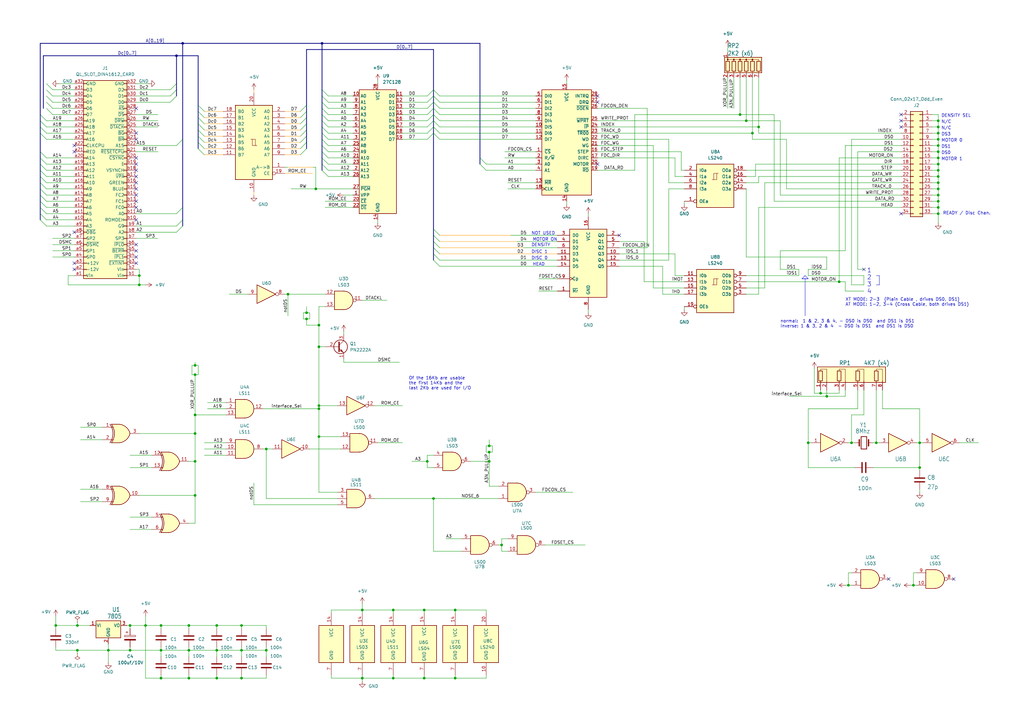
<source format=kicad_sch>
(kicad_sch (version 20250114) (generator "eeschema") (generator_version "9.0")
  (paper "A3")
  (title_block (title "CST Q-Disc Interface Version 4") (date "2023-05-20") (rev "00") (company "Repro by Alvaro Alea Fdz.") (comment 1 "To use with ROM Version 1.18") (comment 2 "Disc Interface for Sinclair QL"))
  (lib_symbols
    (symbol "74LS266_1" (pin_names (offset 1.016))
      (property "Reference" "U" (at 0 1.27 0))
      (property "Value" "74LS266_1" (at 0 -1.27 0))
      (symbol "74LS266_1_1_0"
        (pin input line (at -7.62 2.54 0) (length 4.445) (name "~") (number "1"))
        (pin input line (at -7.62 -2.54 0) (length 4.445) (name "~") (number "2"))
        (pin open_collector line (at 7.62 0 180) (length 3.81) (name "~") (number "3"))
      )
      (symbol "74LS266_1_2_0"
        (pin input line (at -7.62 2.54 0) (length 4.445) (name "~") (number "5"))
        (pin input line (at -7.62 -2.54 0) (length 4.445) (name "~") (number "6"))
        (pin open_collector line (at 7.62 0 180) (length 3.81) (name "~") (number "4"))
      )
      (symbol "74LS266_1_3_0"
        (pin input line (at -7.62 2.54 0) (length 4.445) (name "~") (number "8"))
        (pin input line (at -7.62 -2.54 0) (length 4.445) (name "~") (number "9"))
        (pin open_collector line (at 7.62 0 180) (length 3.81) (name "~") (number "10"))
      )
      (symbol "74LS266_1_4_0"
        (pin input line (at -7.62 2.54 0) (length 4.445) (name "~") (number "12"))
        (pin input line (at -7.62 -2.54 0) (length 4.445) (name "~") (number "13"))
        (pin open_collector line (at 7.62 0 180) (length 3.81) (name "~") (number "11"))
      )
      (symbol "74LS266_1_5_0"
        (pin power_in line (at 0 12.7 270) (length 5.08) (name "VCC") (number "14"))
        (pin power_in line (at 0 -12.7 90) (length 5.08) (name "GND") (number "7"))
      )
    )
    (symbol "74LS266_2" (pin_names (offset 1.016))
      (property "Reference" "U" (at 0 1.27 0))
      (property "Value" "74LS266_2" (at 0 -1.27 0))
      (symbol "74LS266_2_1_0"
        (pin input line (at -7.62 2.54 0) (length 4.445) (name "~") (number "1"))
        (pin input line (at -7.62 -2.54 0) (length 4.445) (name "~") (number "2"))
        (pin open_collector line (at 7.62 0 180) (length 3.81) (name "~") (number "3"))
      )
      (symbol "74LS266_2_2_0"
        (pin input line (at -7.62 2.54 0) (length 4.445) (name "~") (number "5"))
        (pin input line (at -7.62 -2.54 0) (length 4.445) (name "~") (number "6"))
        (pin open_collector line (at 7.62 0 180) (length 3.81) (name "~") (number "4"))
      )
      (symbol "74LS266_2_3_0"
        (pin input line (at -7.62 2.54 0) (length 4.445) (name "~") (number "8"))
        (pin input line (at -7.62 -2.54 0) (length 4.445) (name "~") (number "9"))
        (pin open_collector line (at 7.62 0 180) (length 3.81) (name "~") (number "10"))
      )
      (symbol "74LS266_2_4_0"
        (pin input line (at -7.62 2.54 0) (length 4.445) (name "~") (number "12"))
        (pin input line (at -7.62 -2.54 0) (length 4.445) (name "~") (number "13"))
        (pin open_collector line (at 7.62 0 180) (length 3.81) (name "~") (number "11"))
      )
      (symbol "74LS266_2_5_0"
        (pin power_in line (at 0 12.7 270) (length 5.08) (name "VCC") (number "14"))
        (pin power_in line (at 0 -12.7 90) (length 5.08) (name "GND") (number "7"))
      )
    )
    (symbol "74LS266_3" (pin_names (offset 1.016))
      (property "Reference" "U" (at 0 1.27 0))
      (property "Value" "74LS266_3" (at 0 -1.27 0))
      (symbol "74LS266_3_1_0"
        (pin input line (at -7.62 2.54 0) (length 4.445) (name "~") (number "1"))
        (pin input line (at -7.62 -2.54 0) (length 4.445) (name "~") (number "2"))
        (pin open_collector line (at 7.62 0 180) (length 3.81) (name "~") (number "3"))
      )
      (symbol "74LS266_3_2_0"
        (pin input line (at -7.62 2.54 0) (length 4.445) (name "~") (number "5"))
        (pin input line (at -7.62 -2.54 0) (length 4.445) (name "~") (number "6"))
        (pin open_collector line (at 7.62 0 180) (length 3.81) (name "~") (number "4"))
      )
      (symbol "74LS266_3_3_0"
        (pin input line (at -7.62 2.54 0) (length 4.445) (name "~") (number "8"))
        (pin input line (at -7.62 -2.54 0) (length 4.445) (name "~") (number "9"))
        (pin open_collector line (at 7.62 0 180) (length 3.81) (name "~") (number "10"))
      )
      (symbol "74LS266_3_4_0"
        (pin input line (at -7.62 2.54 0) (length 4.445) (name "~") (number "12"))
        (pin input line (at -7.62 -2.54 0) (length 4.445) (name "~") (number "13"))
        (pin open_collector line (at 7.62 0 180) (length 3.81) (name "~") (number "11"))
      )
      (symbol "74LS266_3_5_0"
        (pin power_in line (at 0 12.7 270) (length 5.08) (name "VCC") (number "14"))
        (pin power_in line (at 0 -12.7 90) (length 5.08) (name "GND") (number "7"))
      )
    )
    (symbol "74LS266_4" (pin_names (offset 1.016))
      (property "Reference" "U" (at 0 1.27 0))
      (property "Value" "74LS266_4" (at 0 -1.27 0))
      (symbol "74LS266_4_1_0"
        (pin input line (at -7.62 2.54 0) (length 4.445) (name "~") (number "1"))
        (pin input line (at -7.62 -2.54 0) (length 4.445) (name "~") (number "2"))
        (pin open_collector line (at 7.62 0 180) (length 3.81) (name "~") (number "3"))
      )
      (symbol "74LS266_4_2_0"
        (pin input line (at -7.62 2.54 0) (length 4.445) (name "~") (number "5"))
        (pin input line (at -7.62 -2.54 0) (length 4.445) (name "~") (number "6"))
        (pin open_collector line (at 7.62 0 180) (length 3.81) (name "~") (number "4"))
      )
      (symbol "74LS266_4_3_0"
        (pin input line (at -7.62 2.54 0) (length 4.445) (name "~") (number "8"))
        (pin input line (at -7.62 -2.54 0) (length 4.445) (name "~") (number "9"))
        (pin open_collector line (at 7.62 0 180) (length 3.81) (name "~") (number "10"))
      )
      (symbol "74LS266_4_4_0"
        (pin input line (at -7.62 2.54 0) (length 4.445) (name "~") (number "12"))
        (pin input line (at -7.62 -2.54 0) (length 4.445) (name "~") (number "13"))
        (pin open_collector line (at 7.62 0 180) (length 3.81) (name "~") (number "11"))
      )
      (symbol "74LS266_4_5_0"
        (pin power_in line (at 0 12.7 270) (length 5.08) (name "VCC") (number "14"))
        (pin power_in line (at 0 -12.7 90) (length 5.08) (name "GND") (number "7"))
      )
    )
    (symbol "74xx:74LS00" (pin_names (offset 1.016))
      (property "Reference" "U" (at 0 1.27 0))
      (property "Value" "74LS00" (at 0 -1.27 0))
      (symbol "74LS00_1_1"
        (pin input line (at -7.62 2.54 0) (length 3.81) (name "~") (number "1"))
        (pin input line (at -7.62 -2.54 0) (length 3.81) (name "~") (number "2"))
        (pin output inverted (at 7.62 0 180) (length 3.81) (name "~") (number "3"))
      )
      (symbol "74LS00_1_2"
        (pin input inverted (at -7.62 2.54 0) (length 4.318) (name "~") (number "1"))
        (pin input inverted (at -7.62 -2.54 0) (length 4.318) (name "~") (number "2"))
        (pin output line (at 7.62 0 180) (length 3.81) (name "~") (number "3"))
      )
      (symbol "74LS00_2_1"
        (pin input line (at -7.62 2.54 0) (length 3.81) (name "~") (number "4"))
        (pin input line (at -7.62 -2.54 0) (length 3.81) (name "~") (number "5"))
        (pin output inverted (at 7.62 0 180) (length 3.81) (name "~") (number "6"))
      )
      (symbol "74LS00_2_2"
        (pin input inverted (at -7.62 2.54 0) (length 4.318) (name "~") (number "4"))
        (pin input inverted (at -7.62 -2.54 0) (length 4.318) (name "~") (number "5"))
        (pin output line (at 7.62 0 180) (length 3.81) (name "~") (number "6"))
      )
      (symbol "74LS00_3_1"
        (pin input line (at -7.62 2.54 0) (length 3.81) (name "~") (number "9"))
        (pin input line (at -7.62 -2.54 0) (length 3.81) (name "~") (number "10"))
        (pin output inverted (at 7.62 0 180) (length 3.81) (name "~") (number "8"))
      )
      (symbol "74LS00_3_2"
        (pin input inverted (at -7.62 2.54 0) (length 4.318) (name "~") (number "9"))
        (pin input inverted (at -7.62 -2.54 0) (length 4.318) (name "~") (number "10"))
        (pin output line (at 7.62 0 180) (length 3.81) (name "~") (number "8"))
      )
      (symbol "74LS00_4_1"
        (pin input line (at -7.62 2.54 0) (length 3.81) (name "~") (number "12"))
        (pin input line (at -7.62 -2.54 0) (length 3.81) (name "~") (number "13"))
        (pin output inverted (at 7.62 0 180) (length 3.81) (name "~") (number "11"))
      )
      (symbol "74LS00_4_2"
        (pin input inverted (at -7.62 2.54 0) (length 4.318) (name "~") (number "12"))
        (pin input inverted (at -7.62 -2.54 0) (length 4.318) (name "~") (number "13"))
        (pin output line (at 7.62 0 180) (length 3.81) (name "~") (number "11"))
      )
      (symbol "74LS00_5_0"
        (pin power_in line (at 0 12.7 270) (length 5.08) (name "VCC") (number "14"))
        (pin power_in line (at 0 -12.7 90) (length 5.08) (name "GND") (number "7"))
      )
    )
    (symbol "74xx:74LS03" (pin_names (offset 1.016))
      (property "Reference" "U" (at 0 1.27 0))
      (property "Value" "74LS03" (at 0 -1.27 0))
      (symbol "74LS03_1_1"
        (pin input line (at -7.62 2.54 0) (length 3.81) (name "~") (number "1"))
        (pin input line (at -7.62 -2.54 0) (length 3.81) (name "~") (number "2"))
        (pin open_collector inverted (at 7.62 0 180) (length 3.81) (name "~") (number "3"))
      )
      (symbol "74LS03_1_2"
        (pin input inverted (at -7.62 2.54 0) (length 4.318) (name "~") (number "1"))
        (pin input inverted (at -7.62 -2.54 0) (length 4.318) (name "~") (number "2"))
        (pin open_collector line (at 7.62 0 180) (length 3.81) (name "~") (number "3"))
      )
      (symbol "74LS03_2_1"
        (pin input line (at -7.62 2.54 0) (length 3.81) (name "~") (number "4"))
        (pin input line (at -7.62 -2.54 0) (length 3.81) (name "~") (number "5"))
        (pin open_collector inverted (at 7.62 0 180) (length 3.81) (name "~") (number "6"))
      )
      (symbol "74LS03_2_2"
        (pin input inverted (at -7.62 2.54 0) (length 4.318) (name "~") (number "4"))
        (pin input inverted (at -7.62 -2.54 0) (length 4.318) (name "~") (number "5"))
        (pin open_collector line (at 7.62 0 180) (length 3.81) (name "~") (number "6"))
      )
      (symbol "74LS03_3_1"
        (pin input line (at -7.62 2.54 0) (length 3.81) (name "~") (number "9"))
        (pin input line (at -7.62 -2.54 0) (length 3.81) (name "~") (number "10"))
        (pin open_collector inverted (at 7.62 0 180) (length 3.81) (name "~") (number "8"))
      )
      (symbol "74LS03_3_2"
        (pin input inverted (at -7.62 2.54 0) (length 4.318) (name "~") (number "9"))
        (pin input inverted (at -7.62 -2.54 0) (length 4.318) (name "~") (number "10"))
        (pin open_collector line (at 7.62 0 180) (length 3.81) (name "~") (number "8"))
      )
      (symbol "74LS03_4_1"
        (pin input line (at -7.62 2.54 0) (length 3.81) (name "~") (number "12"))
        (pin input line (at -7.62 -2.54 0) (length 3.81) (name "~") (number "13"))
        (pin open_collector inverted (at 7.62 0 180) (length 3.81) (name "~") (number "11"))
      )
      (symbol "74LS03_4_2"
        (pin input inverted (at -7.62 2.54 0) (length 4.318) (name "~") (number "12"))
        (pin input inverted (at -7.62 -2.54 0) (length 4.318) (name "~") (number "13"))
        (pin open_collector line (at 7.62 0 180) (length 3.81) (name "~") (number "11"))
      )
      (symbol "74LS03_5_0"
        (pin power_in line (at 0 12.7 270) (length 5.08) (name "VCC") (number "14"))
        (pin power_in line (at 0 -12.7 90) (length 5.08) (name "GND") (number "7"))
      )
    )
    (symbol "74xx:74LS04"
      (property "Reference" "U" (at 0 1.27 0))
      (property "Value" "74LS04" (at 0 -1.27 0))
      (symbol "74LS04_1_0"
        (pin input line (at -7.62 0 0) (length 3.81) (name "~") (number "1"))
        (pin output inverted (at 7.62 0 180) (length 3.81) (name "~") (number "2"))
      )
      (symbol "74LS04_2_0"
        (pin input line (at -7.62 0 0) (length 3.81) (name "~") (number "3"))
        (pin output inverted (at 7.62 0 180) (length 3.81) (name "~") (number "4"))
      )
      (symbol "74LS04_3_0"
        (pin input line (at -7.62 0 0) (length 3.81) (name "~") (number "5"))
        (pin output inverted (at 7.62 0 180) (length 3.81) (name "~") (number "6"))
      )
      (symbol "74LS04_4_0"
        (pin input line (at -7.62 0 0) (length 3.81) (name "~") (number "9"))
        (pin output inverted (at 7.62 0 180) (length 3.81) (name "~") (number "8"))
      )
      (symbol "74LS04_5_0"
        (pin input line (at -7.62 0 0) (length 3.81) (name "~") (number "11"))
        (pin output inverted (at 7.62 0 180) (length 3.81) (name "~") (number "10"))
      )
      (symbol "74LS04_6_0"
        (pin input line (at -7.62 0 0) (length 3.81) (name "~") (number "13"))
        (pin output inverted (at 7.62 0 180) (length 3.81) (name "~") (number "12"))
      )
      (symbol "74LS04_7_0"
        (pin power_in line (at 0 12.7 270) (length 5.08) (name "VCC") (number "14"))
        (pin power_in line (at 0 -12.7 90) (length 5.08) (name "GND") (number "7"))
      )
    )
    (symbol "74xx:74LS11" (pin_names (offset 1.016))
      (property "Reference" "U" (at 0 1.27 0))
      (property "Value" "74LS11" (at 0 -1.27 0))
      (symbol "74LS11_1_1"
        (pin input line (at -7.62 2.54 0) (length 3.81) (name "~") (number "1"))
        (pin input line (at -7.62 0 0) (length 3.81) (name "~") (number "2"))
        (pin input line (at -7.62 -2.54 0) (length 3.81) (name "~") (number "13"))
        (pin output line (at 7.62 0 180) (length 3.81) (name "~") (number "12"))
      )
      (symbol "74LS11_1_2"
        (pin input inverted (at -7.62 2.54 0) (length 4.318) (name "~") (number "1"))
        (pin input inverted (at -7.62 0 0) (length 4.953) (name "~") (number "2"))
        (pin input inverted (at -7.62 -2.54 0) (length 4.318) (name "~") (number "13"))
        (pin output inverted (at 7.62 0 180) (length 3.81) (name "~") (number "12"))
      )
      (symbol "74LS11_2_1"
        (pin input line (at -7.62 2.54 0) (length 3.81) (name "~") (number "3"))
        (pin input line (at -7.62 0 0) (length 3.81) (name "~") (number "4"))
        (pin input line (at -7.62 -2.54 0) (length 3.81) (name "~") (number "5"))
        (pin output line (at 7.62 0 180) (length 3.81) (name "~") (number "6"))
      )
      (symbol "74LS11_2_2"
        (pin input inverted (at -7.62 2.54 0) (length 4.318) (name "~") (number "3"))
        (pin input inverted (at -7.62 0 0) (length 4.953) (name "~") (number "4"))
        (pin input inverted (at -7.62 -2.54 0) (length 4.318) (name "~") (number "5"))
        (pin output inverted (at 7.62 0 180) (length 3.81) (name "~") (number "6"))
      )
      (symbol "74LS11_3_1"
        (pin input line (at -7.62 2.54 0) (length 3.81) (name "~") (number "9"))
        (pin input line (at -7.62 0 0) (length 3.81) (name "~") (number "10"))
        (pin input line (at -7.62 -2.54 0) (length 3.81) (name "~") (number "11"))
        (pin output line (at 7.62 0 180) (length 3.81) (name "~") (number "8"))
      )
      (symbol "74LS11_3_2"
        (pin input inverted (at -7.62 2.54 0) (length 4.318) (name "~") (number "9"))
        (pin input inverted (at -7.62 0 0) (length 4.953) (name "~") (number "10"))
        (pin input inverted (at -7.62 -2.54 0) (length 4.318) (name "~") (number "11"))
        (pin output inverted (at 7.62 0 180) (length 3.81) (name "~") (number "8"))
      )
      (symbol "74LS11_4_0"
        (pin power_in line (at 0 12.7 270) (length 5.08) (name "VCC") (number "14"))
        (pin power_in line (at 0 -12.7 90) (length 5.08) (name "GND") (number "7"))
      )
    )
    (symbol "74xx:74LS174" (pin_names (offset 1.016))
      (property "Reference" "U" (at -7.62 13.97 0))
      (property "Value" "74LS174" (at -7.62 -16.51 0))
      (symbol "74LS174_1_0"
        (pin input line (at -12.7 10.16 0) (length 5.08) (name "D0") (number "3"))
        (pin input line (at -12.7 7.62 0) (length 5.08) (name "D1") (number "4"))
        (pin input line (at -12.7 5.08 0) (length 5.08) (name "D2") (number "6"))
        (pin input line (at -12.7 2.54 0) (length 5.08) (name "D3") (number "11"))
        (pin input line (at -12.7 0 0) (length 5.08) (name "D4") (number "13"))
        (pin input line (at -12.7 -2.54 0) (length 5.08) (name "D5") (number "14"))
        (pin input clock (at -12.7 -7.62 0) (length 5.08) (name "Cp") (number "9"))
        (pin input line (at -12.7 -12.7 0) (length 5.08) (name "~{Mr}") (number "1"))
        (pin power_in line (at 0 17.78 270) (length 5.08) (name "VCC") (number "16"))
        (pin power_in line (at 0 -20.32 90) (length 5.08) (name "GND") (number "8"))
        (pin output line (at 12.7 10.16 180) (length 5.08) (name "Q0") (number "2"))
        (pin output line (at 12.7 7.62 180) (length 5.08) (name "Q1") (number "5"))
        (pin output line (at 12.7 5.08 180) (length 5.08) (name "Q2") (number "7"))
        (pin output line (at 12.7 2.54 180) (length 5.08) (name "Q3") (number "10"))
        (pin output line (at 12.7 0 180) (length 5.08) (name "Q4") (number "12"))
        (pin output line (at 12.7 -2.54 180) (length 5.08) (name "Q5") (number "15"))
      )
    )
    (symbol "74xx:74LS245" (pin_names (offset 1.016))
      (property "Reference" "U" (at -7.62 16.51 0))
      (property "Value" "74LS245" (at -7.62 -16.51 0))
      (symbol "74LS245_1_0"
        (pin tri_state line (at -12.7 12.7 0) (length 5.08) (name "A0") (number "2"))
        (pin tri_state line (at -12.7 10.16 0) (length 5.08) (name "A1") (number "3"))
        (pin tri_state line (at -12.7 7.62 0) (length 5.08) (name "A2") (number "4"))
        (pin tri_state line (at -12.7 5.08 0) (length 5.08) (name "A3") (number "5"))
        (pin tri_state line (at -12.7 2.54 0) (length 5.08) (name "A4") (number "6"))
        (pin tri_state line (at -12.7 0 0) (length 5.08) (name "A5") (number "7"))
        (pin tri_state line (at -12.7 -2.54 0) (length 5.08) (name "A6") (number "8"))
        (pin tri_state line (at -12.7 -5.08 0) (length 5.08) (name "A7") (number "9"))
        (pin input line (at -12.7 -10.16 0) (length 5.08) (name "A->B") (number "1"))
        (pin input inverted (at -12.7 -12.7 0) (length 5.08) (name "CE") (number "19"))
        (pin power_in line (at 0 20.32 270) (length 5.08) (name "VCC") (number "20"))
        (pin power_in line (at 0 -20.32 90) (length 5.08) (name "GND") (number "10"))
        (pin tri_state line (at 12.7 12.7 180) (length 5.08) (name "B0") (number "18"))
        (pin tri_state line (at 12.7 10.16 180) (length 5.08) (name "B1") (number "17"))
        (pin tri_state line (at 12.7 7.62 180) (length 5.08) (name "B2") (number "16"))
        (pin tri_state line (at 12.7 5.08 180) (length 5.08) (name "B3") (number "15"))
        (pin tri_state line (at 12.7 2.54 180) (length 5.08) (name "B4") (number "14"))
        (pin tri_state line (at 12.7 0 180) (length 5.08) (name "B5") (number "13"))
        (pin tri_state line (at 12.7 -2.54 180) (length 5.08) (name "B6") (number "12"))
        (pin tri_state line (at 12.7 -5.08 180) (length 5.08) (name "B7") (number "11"))
      )
    )
    (symbol "8bits:74LS240_split_in2" (pin_names (offset 1.016))
      (property "Reference" "U" (at 0 0 0))
      (property "Value" "74LS240_split_in2" (at 0 -15.24 0))
      (symbol "74LS240_split_in2_1_0"
        (pin input line (at -12.7 2.54 0) (length 5.08) (name "I0a") (number "2"))
        (pin input line (at -12.7 0 0) (length 5.08) (name "I1a") (number "4"))
        (pin input line (at -12.7 -2.54 0) (length 5.08) (name "I2a") (number "6"))
        (pin input line (at -12.7 -5.08 0) (length 5.08) (name "I3a") (number "8"))
        (pin input inverted (at -12.7 -10.16 0) (length 5.08) (name "OEa") (number "1"))
        (pin tri_state inverted (at 12.7 2.54 180) (length 5.08) (name "O0a") (number "18"))
        (pin tri_state inverted (at 12.7 0 180) (length 5.08) (name "O1a") (number "16"))
        (pin tri_state inverted (at 12.7 -2.54 180) (length 5.08) (name "O2a") (number "14"))
        (pin tri_state inverted (at 12.7 -5.08 180) (length 5.08) (name "O3a") (number "12"))
      )
      (symbol "74LS240_split_in2_2_0"
        (pin input line (at -12.7 2.54 0) (length 5.08) (name "I0b") (number "11"))
        (pin input line (at -12.7 0 0) (length 5.08) (name "I1b") (number "13"))
        (pin input line (at -12.7 -2.54 0) (length 5.08) (name "I2b") (number "15"))
        (pin input line (at -12.7 -5.08 0) (length 5.08) (name "I3b") (number "17"))
        (pin input inverted (at -12.7 -10.16 0) (length 5.08) (name "OEb") (number "19"))
        (pin tri_state inverted (at 12.7 2.54 180) (length 5.08) (name "O0b") (number "9"))
        (pin tri_state inverted (at 12.7 0 180) (length 5.08) (name "O1b") (number "7"))
        (pin tri_state inverted (at 12.7 -2.54 180) (length 5.08) (name "O2b") (number "5"))
        (pin tri_state inverted (at 12.7 -5.08 180) (length 5.08) (name "O3b") (number "3"))
      )
      (symbol "74LS240_split_in2_3_0"
        (pin power_in line (at 0 12.7 270) (length 5.08) (name "VCC") (number "20"))
        (pin power_in line (at 0 -12.7 90) (length 5.08) (name "GND") (number "10"))
      )
    )
    (symbol "8bits:74LS266" (pin_names (offset 1.016))
      (property "Reference" "U" (at 0 1.27 0))
      (property "Value" "74LS266" (at 0 -1.27 0))
      (symbol "74LS266_1_0"
        (pin input line (at -7.62 2.54 0) (length 4.445) (name "~") (number "1"))
        (pin input line (at -7.62 -2.54 0) (length 4.445) (name "~") (number "2"))
        (pin open_collector line (at 7.62 0 180) (length 3.81) (name "~") (number "3"))
      )
      (symbol "74LS266_2_0"
        (pin input line (at -7.62 2.54 0) (length 4.445) (name "~") (number "5"))
        (pin input line (at -7.62 -2.54 0) (length 4.445) (name "~") (number "6"))
        (pin open_collector line (at 7.62 0 180) (length 3.81) (name "~") (number "4"))
      )
      (symbol "74LS266_3_0"
        (pin input line (at -7.62 2.54 0) (length 4.445) (name "~") (number "8"))
        (pin input line (at -7.62 -2.54 0) (length 4.445) (name "~") (number "9"))
        (pin open_collector line (at 7.62 0 180) (length 3.81) (name "~") (number "10"))
      )
      (symbol "74LS266_4_0"
        (pin input line (at -7.62 2.54 0) (length 4.445) (name "~") (number "12"))
        (pin input line (at -7.62 -2.54 0) (length 4.445) (name "~") (number "13"))
        (pin open_collector line (at 7.62 0 180) (length 3.81) (name "~") (number "11"))
      )
      (symbol "74LS266_5_0"
        (pin power_in line (at 0 12.7 270) (length 5.08) (name "VCC") (number "14"))
        (pin power_in line (at 0 -12.7 90) (length 5.08) (name "GND") (number "7"))
      )
    )
    (symbol "8bits:FDC_WD1772" (pin_names (offset 1.016))
      (property "Reference" "U" (at -8.89 24.13 0))
      (property "Value" "FDC_WD1772" (at 8.382 24.384 0))
      (symbol "FDC_WD1772_1_1"
        (pin tri_state line (at -12.7 20.32 0) (length 2.54) (name "DI0") (number "5"))
        (pin tri_state line (at -12.7 17.78 0) (length 2.54) (name "DI1") (number "6"))
        (pin tri_state line (at -12.7 15.24 0) (length 2.54) (name "DI2") (number "7"))
        (pin tri_state line (at -12.7 12.7 0) (length 2.54) (name "DI3") (number "8"))
        (pin tri_state line (at -12.7 10.16 0) (length 2.54) (name "DI4") (number "9"))
        (pin tri_state line (at -12.7 7.62 0) (length 2.54) (name "DI5") (number "10"))
        (pin tri_state line (at -12.7 5.08 0) (length 2.54) (name "DI6") (number "11"))
        (pin tri_state line (at -12.7 2.54 0) (length 2.54) (name "DI7") (number "12"))
        (pin input line (at -12.7 -2.54 0) (length 2.54) (name "~{CS}") (number "1"))
        (pin input line (at -12.7 -5.08 0) (length 2.54) (name "R/~{W}") (number "2"))
        (pin input line (at -12.7 -7.62 0) (length 2.54) (name "A0") (number "3"))
        (pin input line (at -12.7 -10.16 0) (length 2.54) (name "A1") (number "4"))
        (pin input line (at -12.7 -15.24 0) (length 2.54) (name "~{MR}") (number "13"))
        (pin input clock (at -12.7 -17.78 0) (length 2.54) (name "CLK") (number "18"))
        (pin power_in line (at 0 25.4 270) (length 2.54) (name "VCC") (number "15"))
        (pin power_in line (at 0 -22.86 90) (length 2.54) (name "GND") (number "14"))
        (pin input line (at 12.7 20.32 180) (length 2.54) (name "INTRQ") (number "28"))
        (pin output line (at 12.7 17.78 180) (length 2.54) (name "DRQ") (number "27"))
        (pin input line (at 12.7 15.24 180) (length 2.54) (name "~{DDEN}") (number "26"))
        (pin input line (at 12.7 10.16 180) (length 2.54) (name "~{WPRT}") (number "25"))
        (pin input line (at 12.7 7.62 180) (length 2.54) (name "~{IP}") (number "24"))
        (pin input line (at 12.7 5.08 180) (length 2.54) (name "~{TR00}") (number "23"))
        (pin output line (at 12.7 2.54 180) (length 2.54) (name "WD") (number "22"))
        (pin output line (at 12.7 0 180) (length 2.54) (name "WG") (number "21"))
        (pin output line (at 12.7 -2.54 180) (length 2.54) (name "STEP") (number "16"))
        (pin output line (at 12.7 -5.08 180) (length 2.54) (name "DIRC") (number "17"))
        (pin output line (at 12.7 -7.62 180) (length 2.54) (name "MOTOR") (number "20"))
        (pin input line (at 12.7 -10.16 180) (length 2.54) (name "~{RD}") (number "19"))
      )
    )
    (symbol "8bits:QL_SLOT_DIN41612_CARD" (pin_names (offset 1.016))
      (property "Reference" "J" (at 1.27 40.64 0))
      (property "Value" "QL_SLOT_DIN41612_CARD" (at 1.27 -43.18 0))
      (symbol "QL_SLOT_DIN41612_CARD_1_1"
        (pin passive line (at -12.7 38.1 0) (length 3.81) (name "GND") (number "a32"))
        (pin bidirectional line (at -12.7 35.56 0) (length 3.81) (name "D3") (number "a31"))
        (pin bidirectional line (at -12.7 33.02 0) (length 3.81) (name "D4") (number "a30"))
        (pin bidirectional line (at -12.7 30.48 0) (length 3.81) (name "D5") (number "a29"))
        (pin bidirectional line (at -12.7 27.94 0) (length 3.81) (name "D6") (number "a28"))
        (pin bidirectional line (at -12.7 25.4 0) (length 3.81) (name "D7") (number "a27"))
        (pin passive line (at -12.7 22.86 0) (length 3.81) (name "A19") (number "a26"))
        (pin passive line (at -12.7 20.32 0) (length 3.81) (name "A18") (number "a25"))
        (pin passive line (at -12.7 17.78 0) (length 3.81) (name "A17") (number "a24"))
        (pin passive line (at -12.7 15.24 0) (length 3.81) (name "A16") (number "a23"))
        (pin passive line (at -12.7 12.7 0) (length 3.81) (name "CLKCPU") (number "a22"))
        (pin passive line (at -12.7 10.16 0) (length 3.81) (name "RED") (number "a21"))
        (pin passive line (at -12.7 7.62 0) (length 3.81) (name "A14") (number "a20"))
        (pin passive line (at -12.7 5.08 0) (length 3.81) (name "A13") (number "a19"))
        (pin passive line (at -12.7 2.54 0) (length 3.81) (name "A12") (number "a18"))
        (pin passive line (at -12.7 0 0) (length 3.81) (name "A11") (number "a17"))
        (pin passive line (at -12.7 -2.54 0) (length 3.81) (name "A10") (number "a16"))
        (pin passive line (at -12.7 -5.08 0) (length 3.81) (name "A9") (number "a15"))
        (pin passive line (at -12.7 -7.62 0) (length 3.81) (name "A8") (number "a14"))
        (pin passive line (at -12.7 -10.16 0) (length 3.81) (name "A7") (number "a13"))
        (pin passive line (at -12.7 -12.7 0) (length 3.81) (name "A6") (number "a12"))
        (pin passive line (at -12.7 -15.24 0) (length 3.81) (name "A5") (number "a11"))
        (pin passive line (at -12.7 -17.78 0) (length 3.81) (name "A4") (number "a10"))
        (pin passive line (at -12.7 -20.32 0) (length 3.81) (name "A3") (number "a9"))
        (pin passive inverted (at -12.7 -22.86 0) (length 3.81) (name "~{DBG}") (number "a8"))
        (pin passive line (at -12.7 -25.4 0) (length 3.81) (name "SP2") (number "a7"))
        (pin passive inverted (at -12.7 -27.94 0) (length 3.81) (name "~{DSMC}") (number "a6"))
        (pin passive line (at -12.7 -30.48 0) (length 3.81) (name "SP1") (number "a5"))
        (pin passive line (at -12.7 -33.02 0) (length 3.81) (name "SP0") (number "a4"))
        (pin passive line (at -12.7 -35.56 0) (length 3.81) (name "+12V") (number "a3"))
        (pin passive line (at -12.7 -38.1 0) (length 3.81) (name "-12V") (number "a2"))
        (pin passive line (at -12.7 -40.64 0) (length 3.81) (name "Vin") (number "a1"))
        (pin passive line (at 12.7 38.1 180) (length 3.81) (name "GND") (number "b32"))
        (pin bidirectional line (at 12.7 35.56 180) (length 3.81) (name "D2") (number "b31"))
        (pin bidirectional line (at 12.7 33.02 180) (length 3.81) (name "D1") (number "b30"))
        (pin bidirectional line (at 12.7 30.48 180) (length 3.81) (name "D0") (number "b29"))
        (pin passive inverted (at 12.7 27.94 180) (length 3.81) (name "~{AS}") (number "b28"))
        (pin passive inverted (at 12.7 25.4 180) (length 3.81) (name "~{DS}") (number "b27"))
        (pin passive inverted (at 12.7 22.86 180) (length 3.81) (name "~{DRW}") (number "b26"))
        (pin passive inverted (at 12.7 20.32 180) (length 3.81) (name "~{DTACK}") (number "b25"))
        (pin passive inverted (at 12.7 17.78 180) (length 3.81) (name "~{BG}") (number "b24"))
        (pin passive inverted (at 12.7 15.24 180) (length 3.81) (name "~{BR}") (number "b23"))
        (pin passive line (at 12.7 12.7 180) (length 3.81) (name "A15") (number "b22"))
        (pin passive inverted (at 12.7 10.16 180) (length 3.81) (name "~{RESETCPU}") (number "b21"))
        (pin passive inverted (at 12.7 7.62 180) (length 3.81) (name "~{CSYNC}") (number "b20"))
        (pin passive line (at 12.7 5.08 180) (length 3.81) (name "E") (number "b19"))
        (pin passive line (at 12.7 2.54 180) (length 3.81) (name "VSYNCH") (number "b18"))
        (pin passive inverted (at 12.7 0 180) (length 3.81) (name "~{VPA}") (number "b17"))
        (pin passive line (at 12.7 -2.54 180) (length 3.81) (name "GREEN") (number "b16"))
        (pin passive line (at 12.7 -5.08 180) (length 3.81) (name "BLUE") (number "b15"))
        (pin passive line (at 12.7 -7.62 180) (length 3.81) (name "FC2") (number "b14"))
        (pin passive line (at 12.7 -10.16 180) (length 3.81) (name "FC1") (number "b13"))
        (pin passive line (at 12.7 -12.7 180) (length 3.81) (name "FC0") (number "b12"))
        (pin passive line (at 12.7 -15.24 180) (length 3.81) (name "A0") (number "b11"))
        (pin passive line (at 12.7 -17.78 180) (length 3.81) (name "ROMOEH") (number "b10"))
        (pin passive line (at 12.7 -20.32 180) (length 3.81) (name "G9") (number "b9"))
        (pin passive line (at 12.7 -22.86 180) (length 3.81) (name "A2") (number "b8"))
        (pin passive line (at 12.7 -25.4 180) (length 3.81) (name "SP3") (number "b7"))
        (pin passive inverted (at 12.7 -27.94 180) (length 3.81) (name "~{IPLO}") (number "b6"))
        (pin passive inverted (at 12.7 -30.48 180) (length 3.81) (name "~{BERR}") (number "b5"))
        (pin passive inverted (at 12.7 -33.02 180) (length 3.81) (name "~{IPL1}") (number "b4"))
        (pin passive inverted (at 12.7 -35.56 180) (length 3.81) (name "~{EXTINT}") (number "b3"))
        (pin passive line (at 12.7 -38.1 180) (length 3.81) (name "Vin") (number "b2"))
        (pin passive line (at 12.7 -40.64 180) (length 3.81) (name "Vin") (number "b1"))
      )
    )
    (symbol "Connector_Generic:Conn_02x17_Odd_Even" (pin_names (offset 1.016) (hide yes))
      (property "Reference" "J" (at 1.27 22.86 0))
      (property "Value" "Conn_02x17_Odd_Even" (at 1.27 -22.86 0))
      (symbol "Conn_02x17_Odd_Even_1_1"
        (pin passive line (at -5.08 20.32 0) (length 3.81) (name "Pin_1") (number "1"))
        (pin passive line (at -5.08 17.78 0) (length 3.81) (name "Pin_3") (number "3"))
        (pin passive line (at -5.08 15.24 0) (length 3.81) (name "Pin_5") (number "5"))
        (pin passive line (at -5.08 12.7 0) (length 3.81) (name "Pin_7") (number "7"))
        (pin passive line (at -5.08 10.16 0) (length 3.81) (name "Pin_9") (number "9"))
        (pin passive line (at -5.08 7.62 0) (length 3.81) (name "Pin_11") (number "11"))
        (pin passive line (at -5.08 5.08 0) (length 3.81) (name "Pin_13") (number "13"))
        (pin passive line (at -5.08 2.54 0) (length 3.81) (name "Pin_15") (number "15"))
        (pin passive line (at -5.08 0 0) (length 3.81) (name "Pin_17") (number "17"))
        (pin passive line (at -5.08 -2.54 0) (length 3.81) (name "Pin_19") (number "19"))
        (pin passive line (at -5.08 -5.08 0) (length 3.81) (name "Pin_21") (number "21"))
        (pin passive line (at -5.08 -7.62 0) (length 3.81) (name "Pin_23") (number "23"))
        (pin passive line (at -5.08 -10.16 0) (length 3.81) (name "Pin_25") (number "25"))
        (pin passive line (at -5.08 -12.7 0) (length 3.81) (name "Pin_27") (number "27"))
        (pin passive line (at -5.08 -15.24 0) (length 3.81) (name "Pin_29") (number "29"))
        (pin passive line (at -5.08 -17.78 0) (length 3.81) (name "Pin_31") (number "31"))
        (pin passive line (at -5.08 -20.32 0) (length 3.81) (name "Pin_33") (number "33"))
        (pin passive line (at 7.62 20.32 180) (length 3.81) (name "Pin_2") (number "2"))
        (pin passive line (at 7.62 17.78 180) (length 3.81) (name "Pin_4") (number "4"))
        (pin passive line (at 7.62 15.24 180) (length 3.81) (name "Pin_6") (number "6"))
        (pin passive line (at 7.62 12.7 180) (length 3.81) (name "Pin_8") (number "8"))
        (pin passive line (at 7.62 10.16 180) (length 3.81) (name "Pin_10") (number "10"))
        (pin passive line (at 7.62 7.62 180) (length 3.81) (name "Pin_12") (number "12"))
        (pin passive line (at 7.62 5.08 180) (length 3.81) (name "Pin_14") (number "14"))
        (pin passive line (at 7.62 2.54 180) (length 3.81) (name "Pin_16") (number "16"))
        (pin passive line (at 7.62 0 180) (length 3.81) (name "Pin_18") (number "18"))
        (pin passive line (at 7.62 -2.54 180) (length 3.81) (name "Pin_20") (number "20"))
        (pin passive line (at 7.62 -5.08 180) (length 3.81) (name "Pin_22") (number "22"))
        (pin passive line (at 7.62 -7.62 180) (length 3.81) (name "Pin_24") (number "24"))
        (pin passive line (at 7.62 -10.16 180) (length 3.81) (name "Pin_26") (number "26"))
        (pin passive line (at 7.62 -12.7 180) (length 3.81) (name "Pin_28") (number "28"))
        (pin passive line (at 7.62 -15.24 180) (length 3.81) (name "Pin_30") (number "30"))
        (pin passive line (at 7.62 -17.78 180) (length 3.81) (name "Pin_32") (number "32"))
        (pin passive line (at 7.62 -20.32 180) (length 3.81) (name "Pin_34") (number "34"))
      )
    )
    (symbol "Device:C" (pin_numbers (hide yes)) (pin_names (offset 0.254))
      (property "Reference" "C" (at 0.635 2.54 0))
      (property "Value" "C" (at 0.635 -2.54 0))
      (symbol "C_1_1"
        (pin passive line (at 0 3.81 270) (length 2.794) (name "~") (number "1"))
        (pin passive line (at 0 -3.81 90) (length 2.794) (name "~") (number "2"))
      )
    )
    (symbol "Device:C_Polarized" (pin_numbers (hide yes)) (pin_names (offset 0.254))
      (property "Reference" "C" (at 0.635 2.54 0))
      (property "Value" "C_Polarized" (at 0.635 -2.54 0))
      (symbol "C_Polarized_1_1"
        (pin passive line (at 0 3.81 270) (length 2.794) (name "~") (number "1"))
        (pin passive line (at 0 -3.81 90) (length 2.794) (name "~") (number "2"))
      )
    )
    (symbol "Device:Crystal" (pin_numbers (hide yes)) (pin_names (offset 1.016) (hide yes))
      (property "Reference" "Y" (at 0 3.81 0))
      (property "Value" "Crystal" (at 0 -3.81 0))
      (symbol "Crystal_1_1"
        (pin passive line (at -3.81 0 0) (length 1.27) (name "1") (number "1"))
        (pin passive line (at 3.81 0 180) (length 1.27) (name "2") (number "2"))
      )
    )
    (symbol "Device:R_Network06" (pin_names (offset 0) (hide yes))
      (property "Reference" "RN" (at -10.16 0 90))
      (property "Value" "R_Network06" (at 7.62 0 90))
      (symbol "R_Network06_1_1"
        (pin passive line (at -7.62 5.08 270) (length 2.54) (name "common") (number "1"))
        (pin passive line (at -7.62 -5.08 90) (length 1.27) (name "R1") (number "2"))
        (pin passive line (at -5.08 -5.08 90) (length 1.27) (name "R2") (number "3"))
        (pin passive line (at -2.54 -5.08 90) (length 1.27) (name "R3") (number "4"))
        (pin passive line (at 0 -5.08 90) (length 1.27) (name "R4") (number "5"))
        (pin passive line (at 2.54 -5.08 90) (length 1.27) (name "R5") (number "6"))
        (pin passive line (at 5.08 -5.08 90) (length 1.27) (name "R6") (number "7"))
      )
    )
    (symbol "Device:R_Pack04_SIP" (pin_names (offset 0) (hide yes))
      (property "Reference" "RN" (at -15.24 0 90))
      (property "Value" "R_Pack04_SIP" (at 15.24 0 90))
      (symbol "R_Pack04_SIP_1_1"
        (pin passive line (at -12.7 -5.08 90) (length 3.81) (name "R1.1") (number "1"))
        (pin passive line (at -10.16 -5.08 90) (length 3.81) (name "R1.2") (number "2"))
        (pin passive line (at -5.08 -5.08 90) (length 3.81) (name "R2.1") (number "3"))
        (pin passive line (at -2.54 -5.08 90) (length 3.81) (name "R2.2") (number "4"))
        (pin passive line (at 2.54 -5.08 90) (length 3.81) (name "R3.1") (number "5"))
        (pin passive line (at 5.08 -5.08 90) (length 3.81) (name "R3.2") (number "6"))
        (pin passive line (at 10.16 -5.08 90) (length 3.81) (name "R4.1") (number "7"))
        (pin passive line (at 12.7 -5.08 90) (length 3.81) (name "R4.2") (number "8"))
      )
    )
    (symbol "Memory_EPROM:27C128"
      (property "Reference" "U" (at -7.62 26.67 0))
      (property "Value" "27C128" (at 2.54 -26.67 0))
      (symbol "27C128_1_1"
        (pin input line (at -10.16 22.86 0) (length 2.54) (name "A0") (number "10"))
        (pin input line (at -10.16 20.32 0) (length 2.54) (name "A1") (number "9"))
        (pin input line (at -10.16 17.78 0) (length 2.54) (name "A2") (number "8"))
        (pin input line (at -10.16 15.24 0) (length 2.54) (name "A3") (number "7"))
        (pin input line (at -10.16 12.7 0) (length 2.54) (name "A4") (number "6"))
        (pin input line (at -10.16 10.16 0) (length 2.54) (name "A5") (number "5"))
        (pin input line (at -10.16 7.62 0) (length 2.54) (name "A6") (number "4"))
        (pin input line (at -10.16 5.08 0) (length 2.54) (name "A7") (number "3"))
        (pin input line (at -10.16 2.54 0) (length 2.54) (name "A8") (number "25"))
        (pin input line (at -10.16 0 0) (length 2.54) (name "A9") (number "24"))
        (pin input line (at -10.16 -2.54 0) (length 2.54) (name "A10") (number "21"))
        (pin input line (at -10.16 -5.08 0) (length 2.54) (name "A11") (number "23"))
        (pin input line (at -10.16 -7.62 0) (length 2.54) (name "A12") (number "2"))
        (pin input line (at -10.16 -10.16 0) (length 2.54) (name "A13") (number "26"))
        (pin input line (at -10.16 -15.24 0) (length 2.54) (name "~{PGM}") (number "27"))
        (pin input line (at -10.16 -17.78 0) (length 2.54) (name "VPP") (number "1"))
        (pin input line (at -10.16 -20.32 0) (length 2.54) (name "~{CE}") (number "20"))
        (pin input line (at -10.16 -22.86 0) (length 2.54) (name "~{OE}") (number "22"))
        (pin power_in line (at 0 27.94 270) (length 2.54) (name "VCC") (number "28"))
        (pin power_in line (at 0 -27.94 90) (length 2.54) (name "GND") (number "14"))
        (pin tri_state line (at 10.16 22.86 180) (length 2.54) (name "D0") (number "11"))
        (pin tri_state line (at 10.16 20.32 180) (length 2.54) (name "D1") (number "12"))
        (pin tri_state line (at 10.16 17.78 180) (length 2.54) (name "D2") (number "13"))
        (pin tri_state line (at 10.16 15.24 180) (length 2.54) (name "D3") (number "15"))
        (pin tri_state line (at 10.16 12.7 180) (length 2.54) (name "D4") (number "16"))
        (pin tri_state line (at 10.16 10.16 180) (length 2.54) (name "D5") (number "17"))
        (pin tri_state line (at 10.16 7.62 180) (length 2.54) (name "D6") (number "18"))
        (pin tri_state line (at 10.16 5.08 180) (length 2.54) (name "D7") (number "19"))
      )
    )
    (symbol "PWR_FLAG_1" (power) (pin_numbers (hide yes)) (pin_names (offset 0) (hide yes))
      (property "Value" "PWR_FLAG_1" (at 0 3.81 0))
      (symbol "PWR_FLAG_1_0_0"
        (pin power_out line (at 0 0 90) (length 0) (name "pwr") (number "1"))
      )
    )
    (symbol "Regulator_Linear:LM7805_TO220" (pin_names (offset 0.254))
      (property "Reference" "U" (at -3.81 3.175 0))
      (property "Value" "LM7805_TO220" (at 0 3.175 0))
      (symbol "LM7805_TO220_1_1"
        (pin power_in line (at -7.62 0 0) (length 2.54) (name "VI") (number "1"))
        (pin power_in line (at 0 -7.62 90) (length 2.54) (name "GND") (number "2"))
        (pin power_out line (at 7.62 0 180) (length 2.54) (name "VO") (number "3"))
      )
    )
    (symbol "Transistor_BJT:PN2222A" (pin_names (offset 0) (hide yes))
      (property "Reference" "Q" (at 5.08 1.905 0))
      (property "Value" "PN2222A" (at 5.08 0 0))
      (symbol "PN2222A_1_1"
        (pin input line (at -5.08 0 0) (length 5.08) (name "B") (number "2"))
        (pin passive line (at 2.54 5.08 270) (length 2.54) (name "C") (number "3"))
        (pin passive line (at 2.54 -5.08 90) (length 2.54) (name "E") (number "1"))
      )
    )
    (symbol "power:+5V" (power) (pin_names (offset 0))
      (property "Value" "+5V" (at 0 3.556 0))
      (symbol "+5V_1_1"
        (pin power_in line (at 0 0 90) (length 0) (hide yes) (name "+5V") (number "1"))
      )
    )
    (symbol "power:+9V" (power) (pin_names (offset 0))
      (property "Value" "+9V" (at 0 3.556 0))
      (symbol "+9V_1_1"
        (pin power_in line (at 0 0 90) (length 0) (hide yes) (name "+9V") (number "1"))
      )
    )
    (symbol "power:GND" (power) (pin_names (offset 0))
      (property "Value" "GND" (at 0 -3.81 0))
      (symbol "GND_1_1"
        (pin power_in line (at 0 0 270) (length 0) (hide yes) (name "GND") (number "1"))
      )
    )
    (symbol "power:PWR_FLAG" (power) (pin_numbers (hide yes)) (pin_names (offset 0) (hide yes))
      (property "Value" "PWR_FLAG" (at 0 3.81 0))
      (symbol "PWR_FLAG_0_0"
        (pin power_out line (at 0 0 90) (length 0) (name "pwr") (number "1"))
      )
    )
  )
  (text "XT MODE: 2-3  (Plain Cable , drives DS0, DS1)\nAT MODE: 1-2, 3-4 (Cross Cable, both drives DS1)" (at 346.71 125.73 0) (effects (font (size 1.27 1.27)) (justify left bottom)))
  (text "NOT USED" (at 217.932 96.52 0) (effects (font (size 1.27 1.27)) (justify left bottom)))
  (text "MOTOR ON" (at 218.44 99.06 0) (effects (font (size 1.27 1.27)) (justify left bottom)))
  (text "MOTOR 0 " (at 386.08 58.42 0) (effects (font (size 1.27 1.27)) (justify left bottom)))
  (text "HEAD" (at 218.44 109.22 0) (effects (font (size 1.27 1.27)) (justify left bottom)))
  (text "normal:  1 & 2, 3 & 4, - DS0 is DS0  and DS1 is DS1\ninverse: 1 & 3, 2 & 4  - DS0 is DS1  and DS1 is DS0" (at 320.04 134.62 0) (effects (font (size 1.27 1.27)) (justify left bottom)))
  (text "DS0\n" (at 386.08 63.5 0) (effects (font (size 1.27 1.27)) (justify left bottom)))
  (text "DS1\n" (at 386.08 60.96 0) (effects (font (size 1.27 1.27)) (justify left bottom)))
  (text "READY / Disc Chan." (at 386.715 88.265 0) (effects (font (size 1.27 1.27)) (justify left bottom)))
  (text "DENSITY" (at 217.932 101.346 0) (effects (font (size 1.27 1.27)) (justify left bottom)))
  (text "MOTOR 1" (at 386.08 66.04 0) (effects (font (size 1.27 1.27)) (justify left bottom)))
  (text "DS3" (at 386.08 55.88 0) (effects (font (size 1.27 1.27)) (justify left bottom)))
  (text "Of the 16Kb are usable \nthe first 14Kb and the\nlast 2Kb are used for I/O" (at 167.64 160.02 0) (effects (font (size 1.27 1.27)) (justify left bottom)))
  (text "N/C" (at 386.08 53.34 0) (effects (font (size 1.27 1.27)) (justify left bottom)))
  (text "N/C" (at 386.08 50.8 0) (effects (font (size 1.27 1.27)) (justify left bottom)))
  (text "1\n2\n3\n4" (at 355.6 120.65 0) (effects (font (size 1.778 1.778)) (justify left bottom)))
  (text "DISC 1" (at 217.932 104.14 0) (effects (font (size 1.27 1.27)) (justify left bottom)))
  (text "DENSITY SEL\n" (at 386.08 48.26 0) (effects (font (size 1.27 1.27)) (justify left bottom)))
  (text "DISC 0" (at 217.932 106.68 0) (effects (font (size 1.27 1.27)) (justify left bottom)))
  (junction (at 148.59 250.19))
  (junction (at 130.81 166.37))
  (junction (at 377.19 191.77))
  (junction (at 177.8 204.47))
  (junction (at 344.17 115.57))
  (junction (at 109.22 266.7))
  (junction (at 384.81 69.85))
  (junction (at 384.81 64.77))
  (junction (at 57.15 113.03))
  (junction (at 80.01 203.2))
  (junction (at 384.81 62.23))
  (junction (at 130.81 133.35))
  (junction (at 80.01 170.18))
  (junction (at 161.29 250.19))
  (junction (at 384.81 87.63))
  (junction (at 384.81 85.09))
  (junction (at 384.81 67.31))
  (junction (at 99.06 278.13))
  (junction (at 130.81 179.07))
  (junction (at 384.81 82.55))
  (junction (at 200.66 189.23))
  (junction (at 186.69 278.13))
  (junction (at 377.19 181.61))
  (junction (at 66.04 256.54))
  (junction (at 349.25 181.61))
  (junction (at 80.01 189.23))
  (junction (at 88.9 266.7))
  (junction (at 339.09 162.56))
  (junction (at 44.45 266.7))
  (junction (at 175.26 189.23))
  (junction (at 31.75 266.7))
  (junction (at 384.81 52.07))
  (junction (at 384.81 59.69))
  (junction (at 80.01 149.86))
  (junction (at 66.04 266.7))
  (junction (at 173.99 278.13))
  (junction (at 72.39 22.86))
  (junction (at 384.81 77.47))
  (junction (at 384.81 72.39))
  (junction (at 384.81 49.53))
  (junction (at 384.81 80.01))
  (junction (at 331.47 181.61))
  (junction (at 80.01 177.8))
  (junction (at 130.81 142.24))
  (junction (at 66.04 278.13))
  (junction (at 306.07 49.53))
  (junction (at 303.53 46.99))
  (junction (at 118.11 120.65))
  (junction (at 53.34 256.54))
  (junction (at 384.81 74.93))
  (junction (at 22.86 256.54))
  (junction (at 77.47 266.7))
  (junction (at 74.93 17.78))
  (junction (at 186.69 250.19))
  (junction (at 132.08 17.78))
  (junction (at 200.66 185.42))
  (junction (at 77.47 256.54))
  (junction (at 125.73 130.81))
  (junction (at 308.61 54.61))
  (junction (at 57.15 116.84))
  (junction (at 374.65 240.03))
  (junction (at 31.75 256.54))
  (junction (at 130.81 167.64))
  (junction (at 205.74 223.52))
  (junction (at 359.41 181.61))
  (junction (at 173.99 250.19))
  (junction (at 148.59 278.13))
  (junction (at 53.34 266.7))
  (junction (at 311.15 52.07))
  (junction (at 336.55 161.29))
  (junction (at 384.81 54.61))
  (junction (at 161.29 278.13))
  (junction (at 109.22 184.15))
  (junction (at 77.47 278.13))
  (junction (at 88.9 256.54))
  (junction (at 88.9 278.13))
  (junction (at 347.98 240.03))
  (junction (at 59.69 256.54))
  (junction (at 200.66 182.88))
  (junction (at 99.06 256.54))
  (junction (at 384.81 57.15))
  (junction (at 129.54 77.47))
  (junction (at 125.73 128.27))
  (junction (at 99.06 266.7))
  (junction (at 80.01 153.67))
  (no_connect (at 369.57 52.07))
  (no_connect (at 254 96.52))
  (no_connect (at 30.48 59.69))
  (no_connect (at 30.48 95.25))
  (no_connect (at 55.88 44.45))
  (no_connect (at 55.88 54.61))
  (no_connect (at 55.88 57.15))
  (no_connect (at 55.88 80.01))
  (no_connect (at 55.88 82.55))
  (no_connect (at 55.88 85.09))
  (no_connect (at 55.88 90.17))
  (no_connect (at 55.88 100.33))
  (no_connect (at 55.88 102.87))
  (no_connect (at 55.88 105.41))
  (no_connect (at 55.88 107.95))
  (no_connect (at 245.11 67.31))
  (no_connect (at 30.48 107.95))
  (no_connect (at 30.48 110.49))
  (no_connect (at 55.88 67.31))
  (no_connect (at 245.11 41.91))
  (no_connect (at 369.57 46.99))
  (no_connect (at 55.88 72.39))
  (no_connect (at 369.57 49.53))
  (no_connect (at 245.11 39.37))
  (no_connect (at 391.16 237.49))
  (no_connect (at 364.49 237.49))
  (no_connect (at 354.33 110.49))
  (no_connect (at 369.57 87.63))
  (no_connect (at 30.48 62.23))
  (no_connect (at 55.88 64.77))
  (no_connect (at 55.88 69.85))
  (no_connect (at 55.88 74.93))
  (no_connect (at 55.88 77.47))
  (bus_entry (at 177.8 44.45) (size -2.54 2.54))
  (bus_entry (at 74.93 92.71) (size -2.54 2.54))
  (bus_entry (at 196.85 67.31) (size 2.54 2.54))
  (bus_entry (at 16.51 77.47) (size 2.54 2.54))
  (bus_entry (at 132.08 49.53) (size 2.54 2.54))
  (bus_entry (at 177.8 96.52) (size 2.54 2.54))
  (bus_entry (at 16.51 72.39) (size 2.54 2.54))
  (bus_entry (at 177.8 49.53) (size 2.54 2.54))
  (bus_entry (at 74.93 90.17) (size -2.54 2.54))
  (bus_entry (at 81.28 50.8) (size 2.54 2.54))
  (bus_entry (at 132.08 57.15) (size 2.54 2.54))
  (bus_entry (at 19.05 39.37) (size 2.54 2.54))
  (bus_entry (at 16.51 87.63) (size 2.54 2.54))
  (bus_entry (at 81.28 55.88) (size 2.54 2.54))
  (bus_entry (at 177.8 36.83) (size -2.54 2.54))
  (bus_entry (at 132.08 39.37) (size 2.54 2.54))
  (bus_entry (at 19.05 41.91) (size 2.54 2.54))
  (bus_entry (at 16.51 85.09) (size 2.54 2.54))
  (bus_entry (at 177.8 93.98) (size 2.54 2.54))
  (bus_entry (at 177.8 44.45) (size 2.54 2.54))
  (bus_entry (at 16.51 90.17) (size 2.54 2.54))
  (bus_entry (at 132.08 67.31) (size 2.54 2.54))
  (bus_entry (at 132.08 44.45) (size 2.54 2.54))
  (bus_entry (at 125.73 55.88) (size -2.54 2.54))
  (bus_entry (at 177.8 39.37) (size 2.54 2.54))
  (bus_entry (at 125.73 48.26) (size -2.54 2.54))
  (bus_entry (at 132.08 46.99) (size 2.54 2.54))
  (bus_entry (at 19.05 36.83) (size 2.54 2.54))
  (bus_entry (at 132.08 36.83) (size 2.54 2.54))
  (bus_entry (at 81.28 60.96) (size 2.54 2.54))
  (bus_entry (at 16.51 64.77) (size 2.54 2.54))
  (bus_entry (at 19.05 44.45) (size 2.54 2.54))
  (bus_entry (at 19.05 34.29) (size 2.54 2.54))
  (bus_entry (at 72.39 34.29) (size -2.54 2.54))
  (bus_entry (at 125.73 50.8) (size -2.54 2.54))
  (bus_entry (at 16.51 46.99) (size 2.54 2.54))
  (bus_entry (at 81.28 48.26) (size 2.54 2.54))
  (bus_entry (at 177.8 104.14) (size 2.54 2.54))
  (bus_entry (at 177.8 49.53) (size -2.54 2.54))
  (bus_entry (at 132.08 52.07) (size 2.54 2.54))
  (bus_entry (at 177.8 39.37) (size -2.54 2.54))
  (bus_entry (at 196.85 64.77) (size 2.54 2.54))
  (bus_entry (at 16.51 82.55) (size 2.54 2.54))
  (bus_entry (at 16.51 62.23) (size 2.54 2.54))
  (bus_entry (at 16.51 74.93) (size 2.54 2.54))
  (bus_entry (at 125.73 60.96) (size -2.54 2.54))
  (bus_entry (at 125.73 58.42) (size -2.54 2.54))
  (bus_entry (at 177.8 36.83) (size 2.54 2.54))
  (bus_entry (at 81.28 53.34) (size 2.54 2.54))
  (bus_entry (at 74.93 85.09) (size -2.54 2.54))
  (bus_entry (at 177.8 46.99) (size -2.54 2.54))
  (bus_entry (at 177.8 54.61) (size 2.54 2.54))
  (bus_entry (at 177.8 54.61) (size -2.54 2.54))
  (bus_entry (at 177.8 106.68) (size 2.54 2.54))
  (bus_entry (at 74.93 57.15) (size -2.54 2.54))
  (bus_entry (at 177.8 99.06) (size 2.54 2.54))
  (bus_entry (at 16.51 69.85) (size 2.54 2.54))
  (bus_entry (at 16.51 67.31) (size 2.54 2.54))
  (bus_entry (at 177.8 41.91) (size -2.54 2.54))
  (bus_entry (at 177.8 52.07) (size 2.54 2.54))
  (bus_entry (at 125.73 43.18) (size -2.54 2.54))
  (bus_entry (at 81.28 58.42) (size 2.54 2.54))
  (bus_entry (at 132.08 69.85) (size 2.54 2.54))
  (bus_entry (at 132.08 62.23) (size 2.54 2.54))
  (bus_entry (at 177.8 46.99) (size 2.54 2.54))
  (bus_entry (at 81.28 45.72) (size 2.54 2.54))
  (bus_entry (at 132.08 54.61) (size 2.54 2.54))
  (bus_entry (at 125.73 53.34) (size -2.54 2.54))
  (bus_entry (at 16.51 52.07) (size 2.54 2.54))
  (bus_entry (at 72.39 39.37) (size -2.54 2.54))
  (bus_entry (at 16.51 80.01) (size 2.54 2.54))
  (bus_entry (at 16.51 54.61) (size 2.54 2.54))
  (bus_entry (at 81.28 43.18) (size 2.54 2.54))
  (bus_entry (at 177.8 41.91) (size 2.54 2.54))
  (bus_entry (at 177.8 52.07) (size -2.54 2.54))
  (bus_entry (at 132.08 64.77) (size 2.54 2.54))
  (bus_entry (at 72.39 36.83) (size -2.54 2.54))
  (bus_entry (at 177.8 101.6) (size 2.54 2.54))
  (bus_entry (at 16.51 49.53) (size 2.54 2.54))
  (bus_entry (at 132.08 59.69) (size 2.54 2.54))
  (bus_entry (at 125.73 45.72) (size -2.54 2.54))
  (bus_entry (at 132.08 41.91) (size 2.54 2.54))
  (wire (pts (xy 199.39 250.19) (xy 199.39 251.46)))
  (wire (pts (xy 375.92 181.61) (xy 377.19 181.61)))
  (bus (pts (xy 17.78 22.86) (xy 17.78 44.45)))
  (wire (pts (xy 358.14 181.61) (xy 359.41 181.61)))
  (wire (pts (xy 347.98 181.61) (xy 349.25 181.61)))
  (wire (pts (xy 201.93 185.42) (xy 200.66 185.42)))
  (bus (pts (xy 81.28 22.86) (xy 72.39 22.86)))
  (wire (pts (xy 351.79 62.23) (xy 351.79 110.49)))
  (wire (pts (xy 77.47 256.54) (xy 88.9 256.54)))
  (bus (pts (xy 132.08 62.23) (xy 132.08 64.77)))
  (wire (pts (xy 309.88 67.31) (xy 309.88 72.39)))
  (wire (pts (xy 123.19 53.34) (xy 116.84 53.34)) (stroke (width 0) (color 255 153 0 1)))
  (bus (pts (xy 125.73 20.32) (xy 177.8 20.32)))
  (wire (pts (xy 91.44 60.96) (xy 83.82 60.96)) (stroke (width 0) (color 255 153 0 1)))
  (wire (pts (xy 180.34 39.37) (xy 219.71 39.37)))
  (wire (pts (xy 33.02 175.26) (xy 41.91 175.26)))
  (wire (pts (xy 382.27 52.07) (xy 384.81 52.07)))
  (bus (pts (xy 16.51 77.47) (xy 16.51 80.01)))
  (wire (pts (xy 322.58 57.15) (xy 322.58 77.47)))
  (wire (pts (xy 306.07 31.75) (xy 306.07 49.53)))
  (wire (pts (xy 124.46 128.27) (xy 125.73 128.27)))
  (bus (pts (xy 72.39 34.29) (xy 72.39 36.83)))
  (wire (pts (xy 88.9 256.54) (xy 88.9 257.81)))
  (wire (pts (xy 127 130.81) (xy 127 128.27)))
  (wire (pts (xy 140.97 80.01) (xy 144.78 80.01)))
  (wire (pts (xy 55.88 95.25) (xy 72.39 95.25)))
  (wire (pts (xy 77.47 256.54) (xy 77.47 257.81)))
  (wire (pts (xy 31.75 266.7) (xy 44.45 266.7)))
  (wire (pts (xy 165.1 39.37) (xy 175.26 39.37)))
  (wire (pts (xy 59.69 256.54) (xy 66.04 256.54)))
  (wire (pts (xy 19.05 80.01) (xy 30.48 80.01)))
  (wire (pts (xy 125.73 133.35) (xy 130.81 133.35)))
  (wire (pts (xy 130.81 166.37) (xy 138.43 166.37)))
  (wire (pts (xy 384.81 80.01) (xy 384.81 82.55)))
  (wire (pts (xy 201.93 185.42) (xy 201.93 182.88)))
  (wire (pts (xy 201.93 182.88) (xy 200.66 182.88)))
  (wire (pts (xy 311.15 52.07) (xy 311.15 54.61)))
  (bus (pts (xy 16.51 69.85) (xy 16.51 72.39)))
  (wire (pts (xy 382.27 85.09) (xy 384.81 85.09)))
  (wire (pts (xy 55.88 39.37) (xy 69.85 39.37)))
  (wire (pts (xy 331.47 181.61) (xy 331.47 191.77)))
  (wire (pts (xy 93.98 120.65) (xy 101.6 120.65)))
  (wire (pts (xy 375.92 240.03) (xy 374.65 240.03)))
  (wire (pts (xy 109.22 204.47) (xy 138.43 204.47)))
  (wire (pts (xy 134.62 49.53) (xy 144.78 49.53)))
  (wire (pts (xy 264.16 99.06) (xy 264.16 115.57)))
  (wire (pts (xy 53.34 256.54) (xy 59.69 256.54)))
  (bus (pts (xy 132.08 44.45) (xy 132.08 46.99)))
  (wire (pts (xy 173.99 278.13) (xy 186.69 278.13)))
  (wire (pts (xy 59.69 256.54) (xy 59.69 252.73)))
  (wire (pts (xy 77.47 278.13) (xy 88.9 278.13)))
  (wire (pts (xy 80.01 189.23) (xy 80.01 203.2)))
  (bus (pts (xy 16.51 46.99) (xy 16.51 49.53)))
  (wire (pts (xy 245.11 62.23) (xy 279.4 62.23)))
  (wire (pts (xy 53.34 266.7) (xy 66.04 266.7)))
  (bus (pts (xy 196.85 17.78) (xy 196.85 64.77)))
  (polyline (pts (xy 359.41 116.84) (xy 360.68 116.84)))
  (wire (pts (xy 134.62 59.69) (xy 144.78 59.69)))
  (wire (pts (xy 232.41 82.55) (xy 232.41 83.82)))
  (wire (pts (xy 336.55 160.02) (xy 336.55 161.29)))
  (polyline (pts (xy 330.2 114.3) (xy 330.2 129.54)))
  (wire (pts (xy 148.59 250.19) (xy 148.59 251.46)))
  (wire (pts (xy 193.04 189.23) (xy 200.66 189.23)))
  (wire (pts (xy 19.05 77.47) (xy 30.48 77.47)))
  (bus (pts (xy 132.08 17.78) (xy 132.08 36.83)))
  (wire (pts (xy 91.44 53.34) (xy 83.82 53.34)) (stroke (width 0) (color 255 153 0 1)))
  (wire (pts (xy 134.62 44.45) (xy 144.78 44.45)))
  (wire (pts (xy 165.1 52.07) (xy 175.26 52.07)))
  (wire (pts (xy 354.33 113.03) (xy 354.33 116.84)))
  (wire (pts (xy 80.01 153.67) (xy 81.28 153.67)))
  (wire (pts (xy 245.11 59.69) (xy 267.97 59.69)))
  (wire (pts (xy 274.32 57.15) (xy 274.32 74.93)))
  (wire (pts (xy 88.9 269.24) (xy 88.9 266.7)))
  (wire (pts (xy 53.34 217.17) (xy 62.23 217.17)))
  (wire (pts (xy 21.59 46.99) (xy 30.48 46.99)))
  (wire (pts (xy 134.62 62.23) (xy 144.78 62.23)))
  (wire (pts (xy 254 109.22) (xy 271.78 109.22)))
  (wire (pts (xy 31.75 266.7) (xy 31.75 267.97)))
  (wire (pts (xy 306.07 120.65) (xy 311.15 120.65)))
  (wire (pts (xy 306.07 115.57) (xy 344.17 115.57)))
  (bus (pts (xy 16.51 62.23) (xy 16.51 64.77)))
  (wire (pts (xy 104.14 207.01) (xy 138.43 207.01)))
  (wire (pts (xy 280.67 69.85) (xy 279.4 69.85)))
  (wire (pts (xy 317.5 46.99) (xy 317.5 82.55)))
  (wire (pts (xy 55.88 92.71) (xy 72.39 92.71)))
  (wire (pts (xy 180.34 54.61) (xy 219.71 54.61)))
  (wire (pts (xy 55.88 46.99) (xy 64.77 46.99)))
  (wire (pts (xy 22.86 256.54) (xy 22.86 257.81)))
  (bus (pts (xy 81.28 50.8) (xy 81.28 53.34)))
  (wire (pts (xy 339.09 162.56) (xy 346.71 162.56)))
  (bus (pts (xy 132.08 57.15) (xy 132.08 59.69)))
  (wire (pts (xy 128.27 71.12) (xy 116.84 71.12)) (stroke (width 0) (color 255 153 0 1)))
  (wire (pts (xy 377.19 201.93) (xy 377.19 200.66)))
  (wire (pts (xy 346.71 59.69) (xy 346.71 102.87)))
  (wire (pts (xy 384.81 72.39) (xy 384.81 69.85)))
  (wire (pts (xy 180.34 104.14) (xy 228.6 104.14)) (stroke (width 0) (color 255 153 0 1)))
  (wire (pts (xy 107.95 167.64) (xy 130.81 167.64)))
  (wire (pts (xy 336.55 161.29) (xy 344.17 161.29)))
  (wire (pts (xy 33.02 200.66) (xy 41.91 200.66)))
  (wire (pts (xy 200.66 199.39) (xy 204.47 199.39)))
  (wire (pts (xy 349.25 57.15) (xy 369.57 57.15)))
  (wire (pts (xy 148.59 247.65) (xy 148.59 250.19)))
  (bus (pts (xy 125.73 48.26) (xy 125.73 50.8)))
  (wire (pts (xy 111.76 184.15) (xy 109.22 184.15)))
  (wire (pts (xy 254 106.68) (xy 274.32 106.68)))
  (wire (pts (xy 204.47 223.52) (xy 205.74 223.52)))
  (bus (pts (xy 125.73 43.18) (xy 125.73 45.72)))
  (bus (pts (xy 177.8 104.14) (xy 177.8 106.68)))
  (wire (pts (xy 165.1 41.91) (xy 175.26 41.91)))
  (wire (pts (xy 55.88 41.91) (xy 69.85 41.91)))
  (wire (pts (xy 300.99 31.75) (xy 300.99 44.45)))
  (wire (pts (xy 382.27 67.31) (xy 384.81 67.31)))
  (wire (pts (xy 21.59 36.83) (xy 30.48 36.83)))
  (bus (pts (xy 81.28 43.18) (xy 81.28 45.72)))
  (wire (pts (xy 109.22 265.43) (xy 109.22 266.7)))
  (wire (pts (xy 55.88 87.63) (xy 72.39 87.63)))
  (bus (pts (xy 177.8 41.91) (xy 177.8 44.45)))
  (wire (pts (xy 339.09 110.49) (xy 339.09 105.41)))
  (wire (pts (xy 180.34 44.45) (xy 219.71 44.45)))
  (wire (pts (xy 384.81 82.55) (xy 384.81 85.09)))
  (polyline (pts (xy 359.41 113.03) (xy 360.68 113.03)))
  (wire (pts (xy 21.59 102.87) (xy 30.48 102.87)))
  (wire (pts (xy 382.27 77.47) (xy 384.81 77.47)))
  (wire (pts (xy 19.05 49.53) (xy 30.48 49.53)))
  (wire (pts (xy 55.88 97.79) (xy 64.77 97.79)))
  (wire (pts (xy 264.16 115.57) (xy 280.67 115.57)))
  (wire (pts (xy 354.33 160.02) (xy 354.33 170.18)))
  (wire (pts (xy 311.15 31.75) (xy 311.15 52.07)))
  (wire (pts (xy 260.35 46.99) (xy 260.35 69.85)))
  (wire (pts (xy 336.55 161.29) (xy 334.01 161.29)))
  (wire (pts (xy 177.8 186.69) (xy 175.26 186.69)))
  (wire (pts (xy 33.02 180.34) (xy 41.91 180.34)))
  (wire (pts (xy 148.59 276.86) (xy 148.59 278.13)))
  (wire (pts (xy 208.28 220.98) (xy 205.74 220.98)))
  (wire (pts (xy 19.05 87.63) (xy 30.48 87.63)))
  (wire (pts (xy 199.39 278.13) (xy 199.39 276.86)))
  (wire (pts (xy 80.01 149.86) (xy 81.28 149.86)))
  (wire (pts (xy 125.73 130.81) (xy 125.73 133.35)))
  (wire (pts (xy 200.66 185.42) (xy 200.66 189.23)))
  (wire (pts (xy 175.26 186.69) (xy 175.26 189.23)))
  (wire (pts (xy 104.14 198.12) (xy 104.14 207.01)))
  (bus (pts (xy 81.28 58.42) (xy 81.28 60.96)))
  (wire (pts (xy 134.62 67.31) (xy 144.78 67.31)))
  (wire (pts (xy 375.92 234.95) (xy 374.65 234.95)))
  (wire (pts (xy 306.07 72.39) (xy 309.88 72.39)))
  (wire (pts (xy 53.34 265.43) (xy 53.34 266.7)))
  (wire (pts (xy 384.81 49.53) (xy 384.81 52.07)))
  (wire (pts (xy 77.47 266.7) (xy 88.9 266.7)))
  (wire (pts (xy 55.88 34.29) (xy 60.96 34.29)))
  (wire (pts (xy 346.71 115.57) (xy 346.71 119.38)))
  (wire (pts (xy 180.34 52.07) (xy 219.71 52.07)))
  (wire (pts (xy 36.83 256.54) (xy 31.75 256.54)))
  (bus (pts (xy 74.93 90.17) (xy 74.93 92.71)))
  (wire (pts (xy 344.17 64.77) (xy 369.57 64.77)))
  (wire (pts (xy 186.69 250.19) (xy 199.39 250.19)))
  (wire (pts (xy 359.41 160.02) (xy 359.41 181.61)))
  (wire (pts (xy 57.15 116.84) (xy 59.69 116.84)))
  (wire (pts (xy 303.53 46.99) (xy 303.53 31.75)))
  (wire (pts (xy 107.95 184.15) (xy 109.22 184.15)))
  (wire (pts (xy 66.04 269.24) (xy 66.04 266.7)))
  (wire (pts (xy 31.75 255.27) (xy 31.75 256.54)))
  (wire (pts (xy 311.15 54.61) (xy 369.57 54.61)))
  (wire (pts (xy 148.59 123.19) (xy 158.75 123.19)))
  (wire (pts (xy 19.05 64.77) (xy 30.48 64.77)))
  (wire (pts (xy 320.04 80.01) (xy 320.04 49.53)))
  (wire (pts (xy 125.73 125.73) (xy 125.73 128.27)))
  (wire (pts (xy 271.78 109.22) (xy 271.78 120.65)))
  (wire (pts (xy 134.62 41.91) (xy 144.78 41.91)))
  (wire (pts (xy 118.11 68.58) (xy 116.84 68.58)))
  (wire (pts (xy 339.09 160.02) (xy 339.09 162.56)))
  (wire (pts (xy 165.1 49.53) (xy 175.26 49.53)))
  (wire (pts (xy 280.67 127) (xy 280.67 125.73)))
  (wire (pts (xy 320.04 102.87) (xy 320.04 110.49)))
  (wire (pts (xy 260.35 46.99) (xy 303.53 46.99)))
  (wire (pts (xy 180.34 49.53) (xy 219.71 49.53)))
  (wire (pts (xy 205.74 220.98) (xy 205.74 223.52)))
  (wire (pts (xy 130.81 201.93) (xy 138.43 201.93)))
  (wire (pts (xy 129.54 77.47) (xy 129.54 68.58)))
  (wire (pts (xy 130.81 167.64) (xy 130.81 179.07)))
  (wire (pts (xy 186.69 278.13) (xy 186.69 276.86)))
  (bus (pts (xy 177.8 39.37) (xy 177.8 41.91)))
  (wire (pts (xy 245.11 57.15) (xy 274.32 57.15)))
  (wire (pts (xy 91.44 45.72) (xy 83.82 45.72)) (stroke (width 0) (color 255 153 0 1)))
  (wire (pts (xy 161.29 278.13) (xy 173.99 278.13)))
  (bus (pts (xy 196.85 64.77) (xy 196.85 67.31)))
  (wire (pts (xy 199.39 185.42) (xy 200.66 185.42)))
  (wire (pts (xy 99.06 265.43) (xy 99.06 266.7)))
  (wire (pts (xy 165.1 44.45) (xy 175.26 44.45)))
  (wire (pts (xy 377.19 181.61) (xy 377.19 191.77)))
  (wire (pts (xy 241.3 87.63) (xy 241.3 88.9)))
  (wire (pts (xy 55.88 113.03) (xy 57.15 113.03)))
  (wire (pts (xy 123.19 45.72) (xy 116.84 45.72)) (stroke (width 0) (color 255 153 0 1)))
  (wire (pts (xy 382.27 54.61) (xy 384.81 54.61)))
  (bus (pts (xy 132.08 67.31) (xy 132.08 69.85)))
  (wire (pts (xy 177.8 204.47) (xy 204.47 204.47)))
  (wire (pts (xy 140.97 147.32) (xy 140.97 148.59)))
  (wire (pts (xy 140.97 148.59) (xy 163.83 148.59)))
  (wire (pts (xy 384.81 87.63) (xy 384.81 85.09)))
  (wire (pts (xy 334.01 151.13) (xy 334.01 161.29)))
  (wire (pts (xy 123.19 63.5) (xy 116.84 63.5)) (stroke (width 0) (color 255 153 0 1)))
  (wire (pts (xy 186.69 278.13) (xy 199.39 278.13)))
  (wire (pts (xy 308.61 31.75) (xy 308.61 54.61)))
  (wire (pts (xy 306.07 105.41) (xy 339.09 105.41)))
  (bus (pts (xy 196.85 17.78) (xy 132.08 17.78)))
  (bus (pts (xy 74.93 85.09) (xy 74.93 90.17)))
  (wire (pts (xy 80.01 153.67) (xy 80.01 170.18)))
  (wire (pts (xy 99.06 278.13) (xy 99.06 276.86)))
  (polyline (pts (xy 328.93 114.3) (xy 331.47 114.3)))
  (wire (pts (xy 134.62 64.77) (xy 144.78 64.77)))
  (wire (pts (xy 161.29 250.19) (xy 173.99 250.19)))
  (wire (pts (xy 22.86 265.43) (xy 22.86 266.7)))
  (wire (pts (xy 265.43 44.45) (xy 265.43 101.6)))
  (wire (pts (xy 306.07 69.85) (xy 369.57 69.85)))
  (bus (pts (xy 132.08 41.91) (xy 132.08 44.45)))
  (wire (pts (xy 199.39 67.31) (xy 219.71 67.31)))
  (wire (pts (xy 21.59 41.91) (xy 30.48 41.91)))
  (wire (pts (xy 55.88 62.23) (xy 64.77 62.23)))
  (wire (pts (xy 85.09 167.64) (xy 92.71 167.64)))
  (wire (pts (xy 134.62 46.99) (xy 144.78 46.99)))
  (bus (pts (xy 16.51 49.53) (xy 16.51 52.07)))
  (wire (pts (xy 154.94 90.17) (xy 154.94 91.44)))
  (wire (pts (xy 327.66 113.03) (xy 327.66 110.49)))
  (wire (pts (xy 254 101.6) (xy 265.43 101.6)))
  (wire (pts (xy 153.67 204.47) (xy 177.8 204.47)))
  (wire (pts (xy 331.47 167.64) (xy 351.79 167.64)))
  (wire (pts (xy 44.45 266.7) (xy 44.45 271.78)))
  (wire (pts (xy 308.61 57.15) (xy 308.61 54.61)))
  (bus (pts (xy 81.28 53.34) (xy 81.28 55.88)))
  (polyline (pts (xy 328.93 114.3) (xy 330.2 113.03)))
  (wire (pts (xy 19.05 72.39) (xy 30.48 72.39)))
  (wire (pts (xy 19.05 92.71) (xy 30.48 92.71)))
  (wire (pts (xy 109.22 269.24) (xy 109.22 266.7)))
  (wire (pts (xy 118.11 120.65) (xy 133.35 120.65)))
  (wire (pts (xy 124.46 130.81) (xy 125.73 130.81)))
  (wire (pts (xy 148.59 278.13) (xy 148.59 279.4)))
  (wire (pts (xy 354.33 119.38) (xy 346.71 119.38)))
  (bus (pts (xy 81.28 55.88) (xy 81.28 58.42)))
  (bus (pts (xy 125.73 45.72) (xy 125.73 48.26)))
  (wire (pts (xy 123.19 58.42) (xy 116.84 58.42)) (stroke (width 0) (color 255 153 0 1)))
  (wire (pts (xy 186.69 250.19) (xy 186.69 251.46)))
  (wire (pts (xy 276.86 113.03) (xy 280.67 113.03)))
  (bus (pts (xy 177.8 46.99) (xy 177.8 49.53)))
  (bus (pts (xy 132.08 59.69) (xy 132.08 62.23)))
  (wire (pts (xy 311.15 72.39) (xy 369.57 72.39)))
  (polyline (pts (xy 330.2 113.03) (xy 331.47 114.3)))
  (wire (pts (xy 180.34 99.06) (xy 212.09 99.06)) (stroke (width 0) (color 255 153 0 1)))
  (wire (pts (xy 134.62 52.07) (xy 144.78 52.07)))
  (wire (pts (xy 313.69 74.93) (xy 369.57 74.93)))
  (wire (pts (xy 59.69 256.54) (xy 59.69 278.13)))
  (wire (pts (xy 66.04 266.7) (xy 77.47 266.7)))
  (bus (pts (xy 81.28 45.72) (xy 81.28 48.26)))
  (wire (pts (xy 317.5 82.55) (xy 369.57 82.55)))
  (wire (pts (xy 66.04 278.13) (xy 77.47 278.13)))
  (bus (pts (xy 72.39 22.86) (xy 17.78 22.86)))
  (wire (pts (xy 309.88 67.31) (xy 369.57 67.31)))
  (wire (pts (xy 220.98 119.38) (xy 228.6 119.38)))
  (wire (pts (xy 349.25 57.15) (xy 349.25 116.84)))
  (wire (pts (xy 200.66 180.34) (xy 200.66 182.88)))
  (wire (pts (xy 313.69 74.93) (xy 313.69 118.11)))
  (wire (pts (xy 208.28 77.47) (xy 219.71 77.47)))
  (wire (pts (xy 52.07 256.54) (xy 53.34 256.54)))
  (wire (pts (xy 80.01 177.8) (xy 80.01 189.23)))
  (bus (pts (xy 132.08 46.99) (xy 132.08 49.53)))
  (bus (pts (xy 177.8 36.83) (xy 177.8 39.37)))
  (wire (pts (xy 19.05 69.85) (xy 30.48 69.85)))
  (wire (pts (xy 55.88 59.69) (xy 72.39 59.69)))
  (wire (pts (xy 83.82 186.69) (xy 92.71 186.69)))
  (wire (pts (xy 384.81 74.93) (xy 384.81 72.39)))
  (bus (pts (xy 125.73 50.8) (xy 125.73 53.34)))
  (wire (pts (xy 77.47 278.13) (xy 77.47 276.86)))
  (wire (pts (xy 207.01 64.77) (xy 219.71 64.77)))
  (wire (pts (xy 245.11 44.45) (xy 265.43 44.45)))
  (wire (pts (xy 53.34 256.54) (xy 53.34 257.81)))
  (wire (pts (xy 144.78 82.55) (xy 133.35 82.55)))
  (wire (pts (xy 19.05 54.61) (xy 30.48 54.61)))
  (bus (pts (xy 16.51 80.01) (xy 16.51 82.55)))
  (wire (pts (xy 276.86 104.14) (xy 276.86 113.03)))
  (wire (pts (xy 27.94 113.03) (xy 27.94 116.84)))
  (wire (pts (xy 27.94 116.84) (xy 57.15 116.84)))
  (wire (pts (xy 30.48 113.03) (xy 27.94 113.03)))
  (wire (pts (xy 57.15 110.49) (xy 55.88 110.49)))
  (wire (pts (xy 57.15 113.03) (xy 57.15 110.49)))
  (wire (pts (xy 57.15 116.84) (xy 57.15 113.03)))
  (wire (pts (xy 346.71 160.02) (xy 346.71 162.56)))
  (wire (pts (xy 382.27 87.63) (xy 384.81 87.63)))
  (wire (pts (xy 351.79 160.02) (xy 351.79 167.64)))
  (wire (pts (xy 382.27 72.39) (xy 384.81 72.39)))
  (wire (pts (xy 361.95 167.64) (xy 377.19 167.64)))
  (wire (pts (xy 207.01 62.23) (xy 219.71 62.23)))
  (wire (pts (xy 130.81 142.24) (xy 133.35 142.24)))
  (wire (pts (xy 148.59 250.19) (xy 135.89 250.19)))
  (wire (pts (xy 77.47 265.43) (xy 77.47 266.7)))
  (bus (pts (xy 177.8 54.61) (xy 177.8 93.98)))
  (wire (pts (xy 91.44 58.42) (xy 83.82 58.42)) (stroke (width 0) (color 255 153 0 1)))
  (wire (pts (xy 384.81 52.07) (xy 384.81 54.61)))
  (wire (pts (xy 205.74 226.06) (xy 208.28 226.06)))
  (wire (pts (xy 134.62 54.61) (xy 144.78 54.61)))
  (wire (pts (xy 19.05 67.31) (xy 30.48 67.31)))
  (polyline (pts (xy 328.93 114.3) (xy 331.47 114.3)))
  (wire (pts (xy 245.11 52.07) (xy 311.15 52.07)))
  (wire (pts (xy 140.97 135.89) (xy 140.97 137.16)))
  (wire (pts (xy 377.19 181.61) (xy 378.46 181.61)))
  (wire (pts (xy 306.07 77.47) (xy 306.07 105.41)))
  (wire (pts (xy 91.44 48.26) (xy 83.82 48.26)) (stroke (width 0) (color 255 153 0 1)))
  (wire (pts (xy 134.62 39.37) (xy 144.78 39.37)))
  (wire (pts (xy 393.7 181.61) (xy 401.32 181.61)))
  (wire (pts (xy 245.11 49.53) (xy 306.07 49.53)))
  (wire (pts (xy 384.81 46.99) (xy 384.81 49.53)))
  (wire (pts (xy 384.81 54.61) (xy 384.81 57.15)))
  (bus (pts (xy 16.51 54.61) (xy 16.51 62.23)))
  (wire (pts (xy 223.52 223.52) (xy 240.03 223.52)))
  (wire (pts (xy 382.27 64.77) (xy 384.81 64.77)))
  (wire (pts (xy 135.89 250.19) (xy 135.89 251.46)))
  (wire (pts (xy 205.74 223.52) (xy 205.74 226.06)))
  (wire (pts (xy 77.47 269.24) (xy 77.47 266.7)))
  (bus (pts (xy 72.39 36.83) (xy 72.39 39.37)))
  (bus (pts (xy 16.51 64.77) (xy 16.51 67.31)))
  (wire (pts (xy 347.98 234.95) (xy 347.98 240.03)))
  (wire (pts (xy 245.11 54.61) (xy 308.61 54.61)))
  (wire (pts (xy 182.88 220.98) (xy 189.23 220.98)))
  (wire (pts (xy 88.9 266.7) (xy 99.06 266.7)))
  (wire (pts (xy 80.01 148.59) (xy 80.01 149.86)))
  (wire (pts (xy 91.44 50.8) (xy 83.82 50.8)) (stroke (width 0) (color 255 153 0 1)))
  (wire (pts (xy 104.14 78.74) (xy 104.14 80.01)) (stroke (width 0) (color 255 153 0 1)))
  (wire (pts (xy 200.66 199.39) (xy 200.66 189.23)))
  (wire (pts (xy 361.95 160.02) (xy 361.95 167.64)))
  (wire (pts (xy 267.97 118.11) (xy 280.67 118.11)))
  (wire (pts (xy 80.01 214.63) (xy 77.47 214.63)))
  (wire (pts (xy 21.59 105.41) (xy 30.48 105.41)))
  (bus (pts (xy 177.8 99.06) (xy 177.8 96.52)))
  (bus (pts (xy 125.73 55.88) (xy 125.73 58.42)))
  (wire (pts (xy 347.98 240.03) (xy 346.71 240.03)))
  (wire (pts (xy 125.73 130.81) (xy 127 130.81)))
  (wire (pts (xy 382.27 74.93) (xy 384.81 74.93)))
  (bus (pts (xy 16.51 52.07) (xy 16.51 54.61)))
  (wire (pts (xy 55.88 49.53) (xy 64.77 49.53)))
  (wire (pts (xy 134.62 69.85) (xy 144.78 69.85)))
  (wire (pts (xy 351.79 62.23) (xy 369.57 62.23)))
  (wire (pts (xy 127 184.15) (xy 139.7 184.15)))
  (wire (pts (xy 134.62 72.39) (xy 144.78 72.39)))
  (wire (pts (xy 344.17 115.57) (xy 346.71 115.57)))
  (wire (pts (xy 331.47 167.64) (xy 331.47 181.61)))
  (wire (pts (xy 199.39 69.85) (xy 219.71 69.85)))
  (wire (pts (xy 78.74 153.67) (xy 80.01 153.67)))
  (wire (pts (xy 109.22 278.13) (xy 109.22 276.86)))
  (bus (pts (xy 16.51 67.31) (xy 16.51 69.85)))
  (wire (pts (xy 66.04 256.54) (xy 77.47 256.54)))
  (wire (pts (xy 241.3 127) (xy 241.3 128.27)))
  (wire (pts (xy 78.74 149.86) (xy 78.74 153.67)))
  (bus (pts (xy 177.8 101.6) (xy 177.8 99.06)))
  (wire (pts (xy 374.65 234.95) (xy 374.65 240.03)))
  (bus (pts (xy 81.28 48.26) (xy 81.28 50.8)))
  (wire (pts (xy 19.05 82.55) (xy 30.48 82.55)))
  (wire (pts (xy 83.82 184.15) (xy 92.71 184.15)))
  (wire (pts (xy 88.9 265.43) (xy 88.9 266.7)))
  (wire (pts (xy 21.59 100.33) (xy 30.48 100.33)))
  (wire (pts (xy 44.45 266.7) (xy 53.34 266.7)))
  (wire (pts (xy 80.01 203.2) (xy 80.01 214.63)))
  (wire (pts (xy 311.15 85.09) (xy 369.57 85.09)))
  (wire (pts (xy 22.86 252.73) (xy 22.86 256.54)))
  (wire (pts (xy 130.81 142.24) (xy 130.81 166.37)))
  (wire (pts (xy 384.81 77.47) (xy 384.81 80.01)))
  (wire (pts (xy 91.44 55.88) (xy 83.82 55.88)) (stroke (width 0) (color 255 153 0 1)))
  (wire (pts (xy 130.81 166.37) (xy 130.81 167.64)))
  (wire (pts (xy 344.17 161.29) (xy 344.17 160.02)))
  (wire (pts (xy 280.67 72.39) (xy 276.86 72.39)))
  (wire (pts (xy 88.9 278.13) (xy 88.9 276.86)))
  (wire (pts (xy 130.81 179.07) (xy 139.7 179.07)))
  (wire (pts (xy 80.01 170.18) (xy 92.71 170.18)))
  (wire (pts (xy 123.19 55.88) (xy 116.84 55.88)) (stroke (width 0) (color 255 153 0 1)))
  (wire (pts (xy 19.05 85.09) (xy 30.48 85.09)))
  (wire (pts (xy 99.06 256.54) (xy 109.22 256.54)))
  (wire (pts (xy 306.07 49.53) (xy 320.04 49.53)))
  (wire (pts (xy 382.27 59.69) (xy 384.81 59.69)))
  (wire (pts (xy 377.19 191.77) (xy 377.19 193.04)))
  (wire (pts (xy 66.04 256.54) (xy 66.04 257.81)))
  (wire (pts (xy 161.29 276.86) (xy 161.29 278.13)))
  (wire (pts (xy 173.99 250.19) (xy 186.69 250.19)))
  (wire (pts (xy 384.81 67.31) (xy 384.81 64.77)))
  (wire (pts (xy 57.15 177.8) (xy 80.01 177.8)))
  (wire (pts (xy 99.06 266.7) (xy 109.22 266.7)))
  (wire (pts (xy 382.27 62.23) (xy 384.81 62.23)))
  (wire (pts (xy 119.38 77.47) (xy 129.54 77.47)))
  (wire (pts (xy 377.19 191.77) (xy 358.14 191.77)))
  (wire (pts (xy 173.99 250.19) (xy 173.99 251.46)))
  (bus (pts (xy 74.93 17.78) (xy 132.08 17.78)))
  (wire (pts (xy 384.81 64.77) (xy 384.81 62.23)))
  (wire (pts (xy 88.9 256.54) (xy 99.06 256.54)))
  (bus (pts (xy 177.8 52.07) (xy 177.8 54.61)))
  (wire (pts (xy 384.81 87.63) (xy 384.81 91.44)))
  (wire (pts (xy 116.84 120.65) (xy 118.11 120.65)))
  (wire (pts (xy 382.27 80.01) (xy 384.81 80.01)))
  (wire (pts (xy 123.19 50.8) (xy 116.84 50.8)) (stroke (width 0) (color 255 153 0 1)))
  (wire (pts (xy 280.67 82.55) (xy 280.67 83.82)))
  (wire (pts (xy 168.91 189.23) (xy 175.26 189.23)))
  (bus (pts (xy 16.51 87.63) (xy 16.51 90.17)))
  (wire (pts (xy 165.1 54.61) (xy 175.26 54.61)))
  (wire (pts (xy 99.06 269.24) (xy 99.06 266.7)))
  (wire (pts (xy 180.34 57.15) (xy 219.71 57.15)))
  (wire (pts (xy 280.67 74.93) (xy 274.32 74.93)))
  (wire (pts (xy 24.13 34.29) (xy 30.48 34.29)))
  (wire (pts (xy 78.74 149.86) (xy 80.01 149.86)))
  (bus (pts (xy 132.08 54.61) (xy 132.08 57.15)))
  (wire (pts (xy 130.81 133.35) (xy 130.81 142.24)))
  (bus (pts (xy 177.8 49.53) (xy 177.8 52.07)))
  (wire (pts (xy 161.29 250.19) (xy 148.59 250.19)))
  (wire (pts (xy 19.05 74.93) (xy 30.48 74.93)))
  (bus (pts (xy 132.08 36.83) (xy 132.08 39.37)))
  (wire (pts (xy 359.41 181.61) (xy 360.68 181.61)))
  (wire (pts (xy 165.1 46.99) (xy 175.26 46.99)))
  (wire (pts (xy 53.34 186.69) (xy 62.23 186.69)))
  (bus (pts (xy 177.8 20.32) (xy 177.8 36.83)))
  (wire (pts (xy 220.98 114.3) (xy 228.6 114.3)))
  (wire (pts (xy 130.81 179.07) (xy 130.81 201.93)))
  (wire (pts (xy 130.81 125.73) (xy 133.35 125.73)))
  (wire (pts (xy 21.59 39.37) (xy 30.48 39.37)))
  (wire (pts (xy 80.01 170.18) (xy 80.01 177.8)))
  (wire (pts (xy 254 99.06) (xy 264.16 99.06)))
  (wire (pts (xy 349.25 181.61) (xy 350.52 181.61)))
  (wire (pts (xy 349.25 234.95) (xy 347.98 234.95)))
  (wire (pts (xy 339.09 110.49) (xy 331.47 110.49)))
  (wire (pts (xy 175.26 191.77) (xy 177.8 191.77)))
  (wire (pts (xy 133.35 85.09) (xy 144.78 85.09)))
  (bus (pts (xy 132.08 64.77) (xy 132.08 67.31)))
  (wire (pts (xy 298.45 31.75) (xy 298.45 44.45)))
  (wire (pts (xy 148.59 278.13) (xy 135.89 278.13)))
  (wire (pts (xy 313.69 118.11) (xy 306.07 118.11)))
  (wire (pts (xy 320.04 80.01) (xy 369.57 80.01)))
  (wire (pts (xy 109.22 256.54) (xy 109.22 257.81)))
  (bus (pts (xy 16.51 72.39) (xy 16.51 74.93)))
  (wire (pts (xy 320.04 102.87) (xy 346.71 102.87)))
  (wire (pts (xy 382.27 57.15) (xy 384.81 57.15)))
  (wire (pts (xy 322.58 77.47) (xy 369.57 77.47)))
  (wire (pts (xy 332.74 181.61) (xy 331.47 181.61)))
  (wire (pts (xy 200.66 182.88) (xy 199.39 182.88)))
  (wire (pts (xy 92.71 181.61) (xy 83.82 181.61)))
  (wire (pts (xy 81.28 153.67) (xy 81.28 149.86)))
  (wire (pts (xy 134.62 57.15) (xy 144.78 57.15)))
  (wire (pts (xy 331.47 113.03) (xy 354.33 113.03)))
  (wire (pts (xy 21.59 97.79) (xy 30.48 97.79)))
  (wire (pts (xy 173.99 276.86) (xy 173.99 278.13)))
  (bus (pts (xy 72.39 22.86) (xy 72.39 34.29)))
  (wire (pts (xy 354.33 170.18) (xy 349.25 170.18)))
  (wire (pts (xy 276.86 72.39) (xy 276.86 64.77)))
  (wire (pts (xy 219.71 201.93) (xy 234.95 201.93)))
  (wire (pts (xy 104.14 36.83) (xy 104.14 38.1)) (stroke (width 0) (color 255 153 0 1)))
  (wire (pts (xy 99.06 256.54) (xy 99.06 257.81)))
  (wire (pts (xy 154.94 33.02) (xy 154.94 34.29)))
  (bus (pts (xy 16.51 82.55) (xy 16.51 85.09)))
  (wire (pts (xy 180.34 101.6) (xy 214.63 101.6)) (stroke (width 0) (color 255 153 0 1)))
  (wire (pts (xy 148.59 278.13) (xy 161.29 278.13)))
  (wire (pts (xy 180.34 109.22) (xy 228.6 109.22)))
  (wire (pts (xy 22.86 256.54) (xy 31.75 256.54)))
  (wire (pts (xy 384.81 77.47) (xy 384.81 74.93)))
  (bus (pts (xy 16.51 85.09) (xy 16.51 87.63)))
  (wire (pts (xy 118.11 129.54) (xy 118.11 120.65)))
  (bus (pts (xy 81.28 22.86) (xy 81.28 43.18)))
  (wire (pts (xy 374.65 240.03) (xy 373.38 240.03)))
  (bus (pts (xy 125.73 20.32) (xy 125.73 43.18)))
  (wire (pts (xy 311.15 74.93) (xy 311.15 72.39)))
  (wire (pts (xy 331.47 191.77) (xy 350.52 191.77)))
  (wire (pts (xy 346.71 59.69) (xy 369.57 59.69)))
  (wire (pts (xy 109.22 184.15) (xy 109.22 204.47)))
  (wire (pts (xy 128.27 68.58) (xy 129.54 68.58)))
  (wire (pts (xy 382.27 49.53) (xy 384.81 49.53)))
  (wire (pts (xy 66.04 278.13) (xy 66.04 276.86)))
  (bus (pts (xy 177.8 101.6) (xy 177.8 104.14)))
  (wire (pts (xy 303.53 46.99) (xy 317.5 46.99)))
  (wire (pts (xy 384.81 69.85) (xy 384.81 67.31)))
  (wire (pts (xy 19.05 52.07) (xy 30.48 52.07)))
  (wire (pts (xy 271.78 120.65) (xy 280.67 120.65)))
  (bus (pts (xy 16.51 17.78) (xy 16.51 46.99)))
  (bus (pts (xy 16.51 17.78) (xy 74.93 17.78)))
  (bus (pts (xy 74.93 17.78) (xy 74.93 57.15)))
  (wire (pts (xy 22.86 266.7) (xy 31.75 266.7)))
  (wire (pts (xy 214.63 101.6) (xy 228.6 101.6)))
  (wire (pts (xy 88.9 278.13) (xy 99.06 278.13)))
  (wire (pts (xy 59.69 278.13) (xy 66.04 278.13)))
  (bus (pts (xy 125.73 58.42) (xy 125.73 60.96)))
  (wire (pts (xy 384.81 59.69) (xy 384.81 62.23)))
  (polyline (pts (xy 360.68 113.03) (xy 360.68 116.84)))
  (wire (pts (xy 228.6 96.52) (xy 209.55 96.52)))
  (wire (pts (xy 331.47 110.49) (xy 331.47 113.03)))
  (wire (pts (xy 123.19 48.26) (xy 116.84 48.26)) (stroke (width 0) (color 255 153 0 1)))
  (bus (pts (xy 177.8 96.52) (xy 177.8 93.98)))
  (wire (pts (xy 323.85 162.56) (xy 339.09 162.56)))
  (wire (pts (xy 135.89 278.13) (xy 135.89 276.86)))
  (wire (pts (xy 165.1 57.15) (xy 175.26 57.15)))
  (wire (pts (xy 279.4 69.85) (xy 279.4 62.23)))
  (wire (pts (xy 267.97 59.69) (xy 267.97 118.11)))
  (wire (pts (xy 44.45 264.16) (xy 44.45 266.7)))
  (wire (pts (xy 208.28 74.93) (xy 219.71 74.93)))
  (wire (pts (xy 311.15 85.09) (xy 311.15 120.65)))
  (wire (pts (xy 85.09 165.1) (xy 92.71 165.1)))
  (wire (pts (xy 124.46 128.27) (xy 124.46 130.81)))
  (wire (pts (xy 320.04 110.49) (xy 327.66 110.49)))
  (wire (pts (xy 344.17 64.77) (xy 344.17 115.57)))
  (wire (pts (xy 298.45 21.59) (xy 298.45 19.05)))
  (bus (pts (xy 177.8 44.45) (xy 177.8 46.99)))
  (bus (pts (xy 16.51 74.93) (xy 16.51 77.47)))
  (wire (pts (xy 123.19 60.96) (xy 116.84 60.96)) (stroke (width 0) (color 255 153 0 1)))
  (wire (pts (xy 161.29 251.46) (xy 161.29 250.19)))
  (wire (pts (xy 382.27 82.55) (xy 384.81 82.55)))
  (wire (pts (xy 384.81 57.15) (xy 384.81 59.69)))
  (wire (pts (xy 349.25 116.84) (xy 354.33 116.84)))
  (bus (pts (xy 132.08 49.53) (xy 132.08 52.07)))
  (wire (pts (xy 180.34 41.91) (xy 219.71 41.91)))
  (wire (pts (xy 377.19 167.64) (xy 377.19 181.61)))
  (wire (pts (xy 33.02 205.74) (xy 41.91 205.74)))
  (wire (pts (xy 308.61 57.15) (xy 322.58 57.15)))
  (wire (pts (xy 127 128.27) (xy 125.73 128.27)))
  (wire (pts (xy 306.07 74.93) (xy 311.15 74.93)))
  (wire (pts (xy 274.32 77.47) (xy 280.67 77.47)))
  (bus (pts (xy 132.08 52.07) (xy 132.08 54.61)))
  (bus (pts (xy 125.73 53.34) (xy 125.73 55.88)))
  (wire (pts (xy 228.6 99.06) (xy 212.09 99.06)))
  (wire (pts (xy 274.32 106.68) (xy 274.32 77.47)))
  (bus (pts (xy 132.08 39.37) (xy 132.08 41.91)))
  (wire (pts (xy 245.11 69.85) (xy 260.35 69.85)))
  (wire (pts (xy 351.79 110.49) (xy 354.33 110.49)))
  (wire (pts (xy 53.34 212.09) (xy 62.23 212.09)))
  (wire (pts (xy 306.07 113.03) (xy 327.66 113.03)))
  (wire (pts (xy 128.27 68.58) (xy 118.11 68.58)) (stroke (width 0) (color 255 153 0 1)))
  (wire (pts (xy 66.04 265.43) (xy 66.04 266.7)))
  (wire (pts (xy 19.05 90.17) (xy 30.48 90.17)))
  (wire (pts (xy 382.27 69.85) (xy 384.81 69.85)))
  (wire (pts (xy 129.54 77.47) (xy 144.78 77.47)))
  (wire (pts (xy 177.8 226.06) (xy 189.23 226.06)))
  (wire (pts (xy 175.26 189.23) (xy 175.26 191.77)))
  (wire (pts (xy 245.11 64.77) (xy 276.86 64.77)))
  (wire (pts (xy 19.05 57.15) (xy 30.48 57.15)))
  (wire (pts (xy 91.44 63.5) (xy 83.82 63.5)) (stroke (width 0) (color 255 153 0 1)))
  (wire (pts (xy 232.41 33.02) (xy 232.41 34.29)))
  (wire (pts (xy 55.88 36.83) (xy 69.85 36.83)))
  (wire (pts (xy 130.81 125.73) (xy 130.81 133.35)))
  (bus (pts (xy 74.93 57.15) (xy 74.93 85.09)))
  (wire (pts (xy 55.88 52.07) (xy 64.77 52.07)))
  (wire (pts (xy 180.34 96.52) (xy 209.55 96.52)) (stroke (width 0) (color 255 153 0 1)))
  (wire (pts (xy 77.47 189.23) (xy 80.01 189.23)))
  (wire (pts (xy 53.34 191.77) (xy 62.23 191.77)))
  (wire (pts (xy 99.06 278.13) (xy 109.22 278.13)))
  (wire (pts (xy 254 104.14) (xy 276.86 104.14)))
  (wire (pts (xy 57.15 203.2) (xy 80.01 203.2)))
  (wire (pts (xy 349.25 170.18) (xy 349.25 181.61)))
  (wire (pts (xy 177.8 204.47) (xy 177.8 226.06)))
  (wire (pts (xy 180.34 106.68) (xy 228.6 106.68)))
  (wire (pts (xy 153.67 166.37) (xy 165.1 166.37)))
  (wire (pts (xy 165.1 181.61) (xy 154.94 181.61)))
  (wire (pts (xy 21.59 44.45) (xy 30.48 44.45)))
  (wire (pts (xy 349.25 240.03) (xy 347.98 240.03)))
  (wire (pts (xy 382.27 46.99) (xy 384.81 46.99)))
  (wire (pts (xy 180.34 46.99) (xy 219.71 46.99)))
  (wire (pts (xy 199.39 182.88) (xy 199.39 185.42)))
  (label "iDS_0" (at 256.54 106.68 0))
  (label "D4" (at 205.74 49.53 0))
  (label "DIR" (at 362.585 67.31 0))
  (label "A3N_PULLUP" (at 200.66 198.12 90))
  (label "Dc6" (at 25.4 44.45 0))
  (label "D3" (at 121.92 63.5 180))
  (label "A5" (at 21.59 87.63 0))
  (label "FDCON_DEN" (at 246.38 44.45 0))
  (label "D1" (at 213.36 106.68 0))
  (label "D4" (at 167.64 49.53 0))
  (label "A0" (at 139.7 49.53 0))
  (label "RW" (at 58.42 49.53 0))
  (label "DTACKL" (at 58.42 52.07 0))
  (label "A12" (at 87.63 184.15 0))
  (label "DATA_RD" (at 247.65 69.85 0))
  (label "MOTOR_ON" (at 342.9 115.57 180))
  (label "INDEX" (at 360.045 54.61 0))
  (label "DSMC" (at 24.13 100.33 0))
  (label "Dc4" (at 25.4 39.37 0))
  (label "D6" (at 167.64 54.61 0))
  (label "Dc5" (at 88.9 53.34 180))
  (label "A3" (at 21.59 92.71 0))
  (label "A15" (at 55.88 59.69 0))
  (label "A3" (at 170.18 189.23 0) (effects (font (size 1.2446 1.2446))))
  (label "A14" (at 21.59 64.77 0))
  (label "MOTOR_ON" (at 356.235 64.77 0))
  (label "RW" (at 208.28 64.77 0))
  (label "A16" (at 21.59 57.15 0))
  (label "FDCON_CS" (at 222.25 201.93 0))
  (label "D0" (at 121.92 50.8 180))
  (label "DS1" (at 362.585 59.69 0))
  (label "Dc1" (at 88.9 55.88 180))
  (label "A4" (at 139.7 54.61 0))
  (label "D[0..7]" (at 162.56 20.32 0))
  (label "Dc2" (at 88.9 60.96 180))
  (label "Dc0" (at 88.9 50.8 180))
  (label "A19" (at 87.376 167.64 0) (effects (font (size 1.2446 1.2446))))
  (label "A3" (at 182.88 220.98 0) (effects (font (size 1.2446 1.2446))))
  (label "D5" (at 205.74 52.07 0))
  (label "NOSE_6" (at 189.23 204.47 0))
  (label "A0" (at 208.28 69.85 0) (effects (font (size 1.2446 1.2446))))
  (label "D0" (at 167.64 39.37 0))
  (label "D7" (at 121.92 45.72 180))
  (label "ROM_CE" (at 125.73 71.12 180))
  (label "ROM_CE" (at 156.21 166.37 0))
  (label "Dc1" (at 57.15 39.37 0))
  (label "GATE_WR" (at 357.505 74.93 0))
  (label "A1" (at 55.88 92.71 0))
  (label "D3" (at 167.64 46.99 0))
  (label "SP2" (at 36.83 205.74 0))
  (label "A18" (at 21.59 52.07 0))
  (label "A18" (at 87.376 165.1 0) (effects (font (size 1.2446 1.2446))))
  (label "A6" (at 21.59 85.09 0))
  (label "D7" (at 205.74 57.15 0))
  (label "Dc5" (at 25.4 41.91 0))
  (label "FDCON_DEN" (at 255.27 101.6 0))
  (label "Dc3" (at 88.9 63.5 180))
  (label "A9" (at 21.59 77.47 0))
  (label "notDS" (at 104.14 199.39 270))
  (label "A13" (at 139.7 72.39 0))
  (label "Dc[0..7]" (at 48.26 22.86 0))
  (label "iMOT" (at 275.59 115.57 0))
  (label "ROM_OE" (at 156.21 181.61 0))
  (label "FDSET_CS" (at 220.98 114.3 0))
  (label "A17" (at 57.15 217.17 0))
  (label "A8" (at 21.59 80.01 0))
  (label "D4" (at 213.36 99.06 0))
  (label "A17" (at 21.59 54.61 0))
  (label "Dc4" (at 88.9 58.42 180))
  (label "A10" (at 21.59 74.93 0))
  (label "A15" (at 57.15 186.69 0))
  (label "A10" (at 139.7 64.77 0))
  (label "FDC_WG" (at 246.38 59.69 0))
  (label "ROM_CE" (at 134.62 82.55 0))
  (label "A8" (at 139.7 39.37 0))
  (label "DTACKL" (at 149.86 123.19 0) (effects (font (size 1.2446 1.2446))))
  (label "DATA_RD" (at 358.775 82.55 0))
  (label "SP0" (at 35.56 175.26 0))
  (label "D2" (at 167.64 44.45 0))
  (label "DS" (at 96.52 120.65 0))
  (label "Dc2" (at 57.15 36.83 0))
  (label "XOR_PULLUP" (at 80.01 155.575 270))
  (label "SP3" (at 59.69 97.79 0))
  (label "A1" (at 208.28 67.31 0) (effects (font (size 1.2446 1.2446))))
  (label "A11" (at 21.59 72.39 0))
  (label "A6" (at 139.7 62.23 0))
  (label "D2" (at 212.09 104.14 0))
  (label "interface_Sel" (at 123.825 167.64 180))
  (label "D6" (at 121.92 48.26 180))
  (label "interface_Sel" (at 328.93 162.56 180))
  (label "D6" (at 205.74 54.61 0))
  (label "D7" (at 167.64 57.15 0))
  (label "DS1" (at 322.58 110.49 0))
  (label "DS0" (at 362.585 57.15 0))
  (label "A14" (at 35.56 180.34 0))
  (label "A7" (at 21.59 82.55 0))
  (label "A1" (at 139.7 46.99 0))
  (label "A7" (at 139.7 59.69 0))
  (label "D3" (at 212.09 101.6 0))
  (label "FDC_STEP" (at 246.38 62.23 0))
  (label "D1" (at 121.92 55.88 180))
  (label "SP3" (at 57.15 212.09 0))
  (label "iDS1" (at 322.58 113.03 0))
  (label "D5" (at 213.36 96.52 0))
  (label "Dc7" (at 25.4 46.99 0))
  (label "A13" (at 21.59 67.31 0))
  (label "TRACK_0" (at 357.505 77.47 0))
  (label "TRACK_0" (at 246.38 54.61 0))
  (label "A5" (at 139.7 67.31 0))
  (label "iDS0" (at 332.74 110.49 0))
  (label "D5" (at 167.64 52.07 0))
  (label "HEAD" (at 361.315 85.09 0))
  (label "FDCON_CS" (at 208.28 62.23 0))
  (label "A0" (at 55.88 87.63 0))
  (label "D5" (at 121.92 53.34 180))
  (label "A2" (at 55.88 95.25 0))
  (label "D1" (at 205.74 41.91 0))
  (label "iDS_1" (at 256.54 104.14 0))
  (label "A19" (at 21.59 49.53 0))
  (label "notDS" (at 118.11 128.27 90))
  (label "SP1" (at 57.15 191.77 0))
  (label "A12" (at 139.7 69.85 0))
  (label "A4" (at 21.59 90.17 0))
  (label "D1" (at 167.64 41.91 0))
  (label "XOR_PULLUP" (at 298.45 31.75 270))
  (label "A16" (at 36.83 200.66 0))
  (label "D4" (at 121.92 58.42 180))
  (label "D0" (at 205.74 39.37 0))
  (label "DS2" (at 362.331 62.23 0))
  (label "FDC_DIR" (at 246.38 64.77 0))
  (label "A12" (at 21.59 69.85 0))
  (label "CLK" (at 209.55 77.47 0) (effects (font (size 1.2446 1.2446))))
  (label "DSMC" (at 154.94 148.59 0))
  (label "INDEX" (at 246.38 52.07 0))
  (label "ROM_OE" (at 134.62 85.09 0))
  (label "Dc3" (at 25.4 36.83 0))
  (label "DS" (at 59.69 46.99 0))
  (label "DS0" (at 332.74 113.03 0))
  (label "FDC_WD" (at 246.38 57.15 0))
  (label "A11" (at 139.7 57.15 0))
  (label "Dc7" (at 88.9 45.72 180))
  (label "FDSET_CS" (at 226.06 223.52 0))
  (label "A9" (at 139.7 41.91 0))
  (label "STEP" (at 361.315 69.85 0))
  (label "SP2" (at 25.4 97.79 0))
  (label "SP0" (at 25.4 105.41 0))
  (label "WRITE_PROT" (at 246.38 49.53 0))
  (label "D3" (at 205.74 46.99 0))
  (label "Dc0" (at 57.15 41.91 0))
  (label "RESET" (at 58.42 62.23 0))
  (label "D2" (at 121.92 60.96 180))
  (label "RESET" (at 220.98 119.38 0) (effects (font (size 1.2446 1.2446))))
  (label "iHD" (at 275.59 120.65 0))
  (label "D0" (at 213.36 109.22 0))
  (label "A3" (at 139.7 44.45 0))
  (label "DATA_WR" (at 357.505 72.39 0))
  (label "A3N_PULLUP" (at 300.99 44.45 90))
  (label "WRITE_PROT" (at 354.965 80.01 0))
  (label "RESET" (at 208.28 74.93 0) (effects (font (size 1.2446 1.2446))))
  (label "A11" (at 87.63 186.69 0))
  (label "RW" (at 125.73 77.47 180))
  (label "Dc6" (at 88.9 48.26 180))
  (label "A13" (at 87.63 181.61 0))
  (label "D2" (at 205.74 44.45 0))
  (label "A[0..19]" (at 59.69 17.78 0))
  (label "A2" (at 139.7 52.07 0))
  (label "SP1" (at 25.4 102.87 0))
  (label "CLK" (at 399.796 181.61 180))
  (symbol (lib_id "Device:C") (at 99.06 261.62 0) (unit 1)
    (property "Reference" "C5" (at 102.87 262.89 0) (effects (justify left bottom)))
    (property "Value" "100n" (at 100.584 266.319 0) (effects (justify left bottom)))
    (property "Footprint" "Capacitor_THT:C_Disc_D7.0mm_W2.5mm_P5.00mm" (effects (hide yes)))
  )
  (symbol (lib_id "power:+5V") (at 154.94 33.02 0) (unit 1)
    (property "Reference" "#PWR0121" (effects (hide yes)))
    (property "Value" "+5V" (at 154.94 27.7876 0))
  )
  (symbol (lib_id "8bits:74LS240_split_in2") (at 293.37 72.39 0) (unit 1)
    (property "Reference" "U8" (at 293.37 62.23 0))
    (property "Value" "LS240" (at 293.37 64.77 0))
    (property "Footprint" "Package_DIP:DIP-20_W7.62mm_Socket" (effects (hide yes)))
    (property "Datasheet" "http://www.ti.com/lit/ds/symlink/sn74ls240.pdf" (effects (hide yes)))
  )
  (symbol (lib_id "power:GND") (at 24.13 34.29 270) (unit 1)
    (property "Reference" "#PWR0109" (effects (hide yes)))
    (property "Value" "GND" (at 25.654 33.274 90) (effects (justify left)))
  )
  (symbol (lib_id "74xx:74LS11") (at 161.29 264.16 0) (unit 4)
    (property "Reference" "U4" (at 158.242 263.017 0) (effects (justify left)))
    (property "Value" "LS11" (at 158.75 265.43 0) (effects (justify left)))
    (property "Footprint" "Package_DIP:DIP-14_W7.62mm_Socket" (effects (hide yes)))
    (property "Datasheet" "http://www.ti.com/lit/gpn/sn74LS11" (effects (hide yes)))
  )
  (symbol (lib_id "power:+5V") (at 148.59 247.65 0) (unit 1)
    (property "Reference" "#PWR0125" (effects (hide yes)))
    (property "Value" "+5V" (at 148.59 242.4176 0))
  )
  (symbol (lib_id "74xx:74LS03") (at 185.42 189.23 0) (unit 2)
    (property "Reference" "U3" (at 185.42 180.34 0))
    (property "Value" "LS03" (at 185.42 182.88 0))
    (property "Footprint" "Package_DIP:DIP-14_W7.62mm_Socket" (effects (hide yes)))
    (property "Datasheet" "http://www.ti.com/lit/gpn/sn74LS03" (effects (hide yes)))
  )
  (symbol (lib_id "Device:C") (at 88.9 261.62 0) (unit 1)
    (property "Reference" "C7" (at 92.71 262.89 0) (effects (justify left bottom)))
    (property "Value" "100n" (at 90.424 266.319 0) (effects (justify left bottom)))
    (property "Footprint" "Capacitor_THT:C_Disc_D7.0mm_W2.5mm_P5.00mm" (effects (hide yes)))
  )
  (symbol (lib_id "power:+5V") (at 298.45 19.05 0) (unit 1)
    (property "Reference" "#PWR0116" (effects (hide yes)))
    (property "Value" "+5V" (at 298.45 13.8176 0))
  )
  (symbol (lib_id "Connector_Generic:Conn_02x17_Odd_Even") (at 377.19 67.31 0) (mirror y) (unit 1)
    (property "Reference" "J2" (at 375.92 43.18 0))
    (property "Value" "Conn_02x17_Odd_Even" (at 375.92 40.64 0))
    (property "Footprint" "Connector_IDC:IDC-Header_2x17_P2.54mm_Latch_Horizontal" (effects (hide yes)))
  )
  (symbol (lib_id "74xx:74LS00") (at 147.32 181.61 0) (mirror x) (unit 4)
    (property "Reference" "U7" (at 147.32 172.72 0))
    (property "Value" "LS00" (at 147.32 175.26 0))
    (property "Footprint" "Package_DIP:DIP-14_W7.62mm_Socket" (effects (hide yes)))
    (property "Datasheet" "http://www.ti.com/lit/gpn/sn74ls00" (effects (hide yes)))
  )
  (symbol (lib_id "74xx:74LS03") (at 383.54 237.49 0) (unit 3)
    (property "Reference" "U3" (at 383.54 228.6 0))
    (property "Value" "LS03" (at 383.54 231.14 0))
    (property "Footprint" "Package_DIP:DIP-14_W7.62mm_Socket" (effects (hide yes)))
    (property "Datasheet" "http://www.ti.com/lit/gpn/sn74LS03" (effects (hide yes)))
  )
  (symbol (lib_id "power:GND") (at 154.94 91.44 0) (unit 1)
    (property "Reference" "#PWR0117" (effects (hide yes)))
    (property "Value" "GND" (at 154.94 96.52 0))
  )
  (symbol (lib_id "Device:C") (at 66.04 273.05 0) (mirror x) (unit 1)
    (property "Reference" "C10" (at 68.58 273.05 0) (effects (justify left bottom)))
    (property "Value" "100n" (at 67.564 268.478 0) (effects (justify left bottom)))
    (property "Footprint" "Capacitor_THT:C_Disc_D7.0mm_W2.5mm_P5.00mm" (effects (hide yes)))
  )
  (symbol (lib_id "Memory_EPROM:27C128") (at 154.94 62.23 0) (unit 1)
    (property "Reference" "U9" (at 156.9594 31.115 0) (effects (justify left)))
    (property "Value" "27C128" (at 156.9594 33.655 0) (effects (justify left)))
    (property "Footprint" "Package_DIP:DIP-28_W15.24mm_Socket" (effects (hide yes)))
    (property "Datasheet" "http://ww1.microchip.com/downloads/en/devicedoc/11003L.pdf" (effects (hide yes)))
  )
  (symbol (lib_id "Device:C") (at 77.47 273.05 0) (mirror x) (unit 1)
    (property "Reference" "C11" (at 80.01 273.05 0) (effects (justify left bottom)))
    (property "Value" "100n" (at 78.994 268.351 0) (effects (justify left bottom)))
    (property "Footprint" "Capacitor_THT:C_Disc_D7.0mm_W2.5mm_P5.00mm" (effects (hide yes)))
  )
  (symbol (lib_id "74xx:74LS11") (at 100.33 167.64 0) (unit 1)
    (property "Reference" "U4" (at 100.33 158.75 0))
    (property "Value" "LS11" (at 100.33 161.29 0))
    (property "Footprint" "Package_DIP:DIP-14_W7.62mm_Socket" (effects (hide yes)))
    (property "Datasheet" "http://www.ti.com/lit/gpn/sn74LS11" (effects (hide yes)))
  )
  (symbol (lib_id "Device:C") (at 99.06 273.05 0) (mirror x) (unit 1)
    (property "Reference" "C13" (at 101.6 273.05 0) (effects (justify left bottom)))
    (property "Value" "100n" (at 100.584 268.351 0) (effects (justify left bottom)))
    (property "Footprint" "Capacitor_THT:C_Disc_D7.0mm_W2.5mm_P5.00mm" (effects (hide yes)))
  )
  (symbol (lib_id "74xx:74LS11") (at 100.33 184.15 0) (unit 3)
    (property "Reference" "U4" (at 100.33 174.625 0))
    (property "Value" "LS11" (at 100.33 177.165 0))
    (property "Footprint" "Package_DIP:DIP-14_W7.62mm_Socket" (effects (hide yes)))
    (property "Datasheet" "http://www.ti.com/lit/gpn/sn74LS11" (effects (hide yes)))
  )
  (symbol (lib_id "8bits:FDC_WD1772") (at 232.41 59.69 0) (unit 1)
    (property "Reference" "U10" (effects (hide yes)))
    (property "Value" "FDC_WD1772" (effects (hide yes)))
    (property "Footprint" "Package_DIP:DIP-28_W15.24mm" (effects (hide yes)))
  )
  (symbol (lib_id "Device:C") (at 88.9 273.05 0) (mirror x) (unit 1)
    (property "Reference" "C12" (at 91.44 273.05 0) (effects (justify left bottom)))
    (property "Value" "100n" (at 90.424 268.351 0) (effects (justify left bottom)))
    (property "Footprint" "Capacitor_THT:C_Disc_D7.0mm_W2.5mm_P5.00mm" (effects (hide yes)))
  )
  (symbol (lib_id "74xx:74LS00") (at 196.85 223.52 0) (mirror x) (unit 2)
    (property "Reference" "U7" (at 196.85 232.41 0))
    (property "Value" "LS00" (at 196.85 230.505 0))
    (property "Footprint" "Package_DIP:DIP-14_W7.62mm_Socket" (effects (hide yes)))
    (property "Datasheet" "http://www.ti.com/lit/gpn/sn74ls00" (effects (hide yes)))
  )
  (symbol (lib_id "74xx:74LS04") (at 340.36 181.61 0) (unit 1)
    (property "Reference" "U6" (at 340.36 189.23 0) (effects (font (size 1.778 1.5113)) (justify left bottom)))
    (property "Value" "LS04" (effects (hide yes)))
    (property "Footprint" "Package_DIP:DIP-14_W7.62mm_Socket" (effects (hide yes)))
    (property "Datasheet" "http://www.ti.com/lit/gpn/sn74LS04" (effects (hide yes)))
  )
  (symbol (lib_id "Transistor_BJT:PN2222A") (at 138.43 142.24 0) (unit 1)
    (property "Reference" "Q1" (at 143.51 140.9699 0) (effects (justify left)))
    (property "Value" "PN2222A" (at 143.51 143.5099 0) (effects (justify left)))
    (property "Footprint" "Package_TO_SOT_THT:TO-92S_Wide" (effects (hide yes)))
    (property "Datasheet" "https://www.onsemi.com/pub/Collateral/PN2222-D.PDF" (effects (hide yes)))
  )
  (symbol (lib_id "Device:C") (at 109.22 261.62 0) (unit 1)
    (property "Reference" "C6" (at 113.03 262.89 0) (effects (justify left bottom)))
    (property "Value" "100n" (at 110.744 266.319 0) (effects (justify left bottom)))
    (property "Footprint" "Capacitor_THT:C_Disc_D7.0mm_W2.5mm_P5.00mm" (effects (hide yes)))
  )
  (symbol (lib_id "power:GND") (at 104.14 80.01 0) (mirror y) (unit 1)
    (property "Reference" "#PWR0118" (effects (hide yes)))
    (property "Value" "GND" (at 107.95 83.82 0))
  )
  (symbol (lib_id "74xx:74LS04") (at 109.22 120.65 0) (unit 4)
    (property "Reference" "U6" (at 107.315 116.84 0) (effects (justify left bottom)))
    (property "Value" "LS04" (effects (hide yes)))
    (property "Footprint" "Package_DIP:DIP-14_W7.62mm_Socket" (effects (hide yes)))
    (property "Datasheet" "http://www.ti.com/lit/gpn/sn74LS04" (effects (hide yes)))
  )
  (symbol (lib_id "power:GND") (at 148.59 279.4 0) (unit 1)
    (property "Reference" "#PWR0124" (effects (hide yes)))
    (property "Value" "GND" (at 153.162 281.432 0))
  )
  (symbol (lib_id "74xx:74LS04") (at 173.99 264.16 0) (unit 7)
    (property "Reference" "U6" (at 171.704 264.16 0) (effects (justify left bottom)))
    (property "Value" "LS04" (at 171.45 266.7 0) (effects (justify left bottom)))
    (property "Footprint" "Package_DIP:DIP-14_W7.62mm_Socket" (effects (hide yes)))
    (property "Datasheet" "http://www.ti.com/lit/gpn/sn74LS04" (effects (hide yes)))
  )
  (symbol (lib_id "Device:C") (at 377.19 196.85 0) (mirror y) (unit 1)
    (property "Reference" "C8" (at 383.54 196.85 0) (effects (font (size 1.778 1.5113)) (justify left bottom)))
    (property "Value" "27p" (at 384.81 200.66 0) (effects (font (size 1.778 1.5113)) (justify left bottom)))
    (property "Footprint" "Capacitor_THT:C_Disc_D7.0mm_W2.5mm_P5.00mm" (effects (hide yes)))
  )
  (symbol (lib_id "74xx:74LS04") (at 368.3 181.61 0) (unit 2)
    (property "Reference" "U6" (at 367.03 189.23 0) (effects (font (size 1.778 1.5113)) (justify left bottom)))
    (property "Value" "LS04" (effects (hide yes)))
    (property "Footprint" "Package_DIP:DIP-14_W7.62mm_Socket" (effects (hide yes)))
    (property "Datasheet" "http://www.ti.com/lit/gpn/sn74LS04" (effects (hide yes)))
  )
  (symbol (lib_id "power:GND") (at 377.19 201.93 0) (unit 1)
    (property "Reference" "#PWR0111" (effects (hide yes)))
    (property "Value" "GND" (at 377.19 207.01 0))
  )
  (symbol (lib_id "74xx:74LS245") (at 104.14 58.42 0) (mirror y) (unit 1)
    (property "Reference" "U5" (effects (hide yes)))
    (property "Value" "74LS245" (effects (hide yes)))
    (property "Footprint" "Package_DIP:DIP-20_W7.62mm_Socket" (effects (hide yes)))
    (property "Datasheet" "http://www.ti.com/lit/gpn/sn74LS245" (effects (hide yes)))
  )
  (symbol (lib_name "74LS266_1") (lib_id "8bits:74LS266") (at 69.85 214.63 0) (unit 2)
    (property "Reference" "U2" (effects (hide yes)))
    (property "Value" "74LS266" (effects (hide yes)))
    (property "Footprint" "Package_DIP:DIP-14_W7.62mm" (effects (hide yes)))
    (property "Datasheet" "https://www.ti.com/lit/gpn/sn74ls266" (effects (hide yes)))
  )
  (symbol (lib_id "74xx:74LS03") (at 356.87 237.49 0) (mirror x) (unit 1)
    (property "Reference" "U3" (at 356.87 228.6 0))
    (property "Value" "LS03" (at 356.87 231.14 0))
    (property "Footprint" "Package_DIP:DIP-14_W7.62mm_Socket" (effects (hide yes)))
    (property "Datasheet" "http://www.ti.com/lit/gpn/sn74LS03" (effects (hide yes)))
  )
  (symbol (lib_id "8bits:QL_SLOT_DIN41612_CARD") (at 43.18 72.39 0) (unit 1)
    (property "Reference" "J1" (at 43.18 27.94 0))
    (property "Value" "QL_SLOT_DIN41612_CARD" (at 43.18 30.48 0))
    (property "Footprint" "8bits:DIN41612_B_2x32_Female_Horizontal_THT" (effects (hide yes)))
  )
  (symbol (lib_id "power:GND") (at 232.41 83.82 0) (unit 1)
    (property "Reference" "#PWR0103" (effects (hide yes)))
    (property "Value" "GND" (at 232.41 88.9 0))
  )
  (symbol (lib_id "74xx:74LS04") (at 146.05 166.37 0) (unit 6)
    (property "Reference" "U6" (at 146.05 163.83 0) (effects (justify left bottom)))
    (property "Value" "LS04" (effects (hide yes)))
    (property "Footprint" "Package_DIP:DIP-14_W7.62mm_Socket" (effects (hide yes)))
    (property "Datasheet" "http://www.ti.com/lit/gpn/sn74LS04" (effects (hide yes)))
  )
  (symbol (lib_id "power:GND") (at 384.81 91.44 0) (mirror y) (unit 1)
    (property "Reference" "#PWR0115" (effects (hide yes)))
    (property "Value" "GND" (at 388.62 95.25 0))
  )
  (symbol (lib_id "power:+5V") (at 59.69 252.73 0) (unit 1)
    (property "Reference" "#PWR0123" (effects (hide yes)))
    (property "Value" "+5V" (at 59.69 247.4976 0))
  )
  (symbol (lib_id "power:+9V") (at 59.69 116.84 270) (unit 1)
    (property "Reference" "#PWR0107" (effects (hide yes)))
    (property "Value" "+9V" (at 63.5 116.8399 90) (effects (justify left)))
  )
  (symbol (lib_id "power:+5V") (at 104.14 36.83 0) (unit 1)
    (property "Reference" "#PWR0119" (effects (hide yes)))
    (property "Value" "+5V" (at 104.14 31.5976 0))
  )
  (symbol (lib_id "Device:C") (at 22.86 261.62 0) (unit 1)
    (property "Reference" "C3" (at 26.67 261.62 0) (effects (justify left bottom)))
    (property "Value" "330nf" (at 26.67 264.16 0) (effects (justify left bottom)))
    (property "Footprint" "Capacitor_THT:C_Disc_D7.0mm_W2.5mm_P5.00mm" (effects (hide yes)))
  )
  (symbol (lib_id "power:+5V") (at 140.97 135.89 0) (unit 1)
    (property "Reference" "#PWR0106" (effects (hide yes)))
    (property "Value" "+5V" (at 137.16 134.62 0))
  )
  (symbol (lib_id "power:GND") (at 280.67 83.82 0) (unit 1)
    (property "Reference" "#PWR0113" (effects (hide yes)))
    (property "Value" "GND" (at 280.67 87.63 0))
  )
  (symbol (lib_id "Device:R_Network06") (at 306.07 26.67 0) (unit 1)
    (property "Reference" "RP2" (at 298.45 19.685 0) (effects (font (size 1.778 1.5113)) (justify left bottom)))
    (property "Value" "2K2 (x6)" (at 298.45 22.86 0) (effects (font (size 1.778 1.5113)) (justify left bottom)))
    (property "Footprint" "Resistor_THT:R_Array_SIP7" (effects (hide yes)))
    (property "Datasheet" "http://www.vishay.com/docs/31509/csc.pdf" (effects (hide yes)))
  )
  (symbol (lib_id "74xx:74LS174") (at 241.3 106.68 0) (unit 1)
    (property "Reference" "U11" (effects (hide yes)))
    (property "Value" "74LS174" (effects (hide yes)))
    (property "Footprint" "Package_DIP:DIP-16_W7.62mm_Socket" (effects (hide yes)))
    (property "Datasheet" "http://www.ti.com/lit/gpn/sn74LS174" (effects (hide yes)))
  )
  (symbol (lib_id "74xx:74LS03") (at 140.97 123.19 0) (unit 4)
    (property "Reference" "U3" (at 140.97 114.3 0))
    (property "Value" "LS03" (at 140.97 116.84 0))
    (property "Footprint" "Package_DIP:DIP-14_W7.62mm_Socket" (effects (hide yes)))
    (property "Datasheet" "http://www.ti.com/lit/gpn/sn74LS03" (effects (hide yes)))
  )
  (symbol (lib_id "Device:R_Pack04_SIP") (at 349.25 154.94 0) (unit 1)
    (property "Reference" "RP1" (at 344.17 149.86 0) (effects (font (size 1.778 1.5113)) (justify left bottom)))
    (property "Value" "4K7 (x4)" (at 354.33 149.86 0) (effects (font (size 1.778 1.5113)) (justify left bottom)))
    (property "Footprint" "Resistor_THT:R_Array_SIP8" (effects (hide yes)))
    (property "Datasheet" "http://www.vishay.com/docs/31509/csc.pdf" (effects (hide yes)))
  )
  (symbol (lib_name "74LS266_3") (lib_id "8bits:74LS266") (at 49.53 203.2 0) (unit 3)
    (property "Reference" "U2" (effects (hide yes)))
    (property "Value" "74LS266" (effects (hide yes)))
    (property "Footprint" "Package_DIP:DIP-14_W7.62mm" (effects (hide yes)))
    (property "Datasheet" "https://www.ti.com/lit/gpn/sn74ls266" (effects (hide yes)))
  )
  (symbol (lib_id "Device:Crystal") (at 354.33 181.61 0) (mirror y) (unit 1)
    (property "Reference" "Y1" (at 355.6 175.26 0) (effects (font (size 1.778 1.5113)) (justify left bottom)))
    (property "Value" "8Mhz" (at 356.87 177.8 0) (effects (font (size 1.778 1.5113)) (justify left bottom)))
    (property "Footprint" "Crystal:Crystal_HC18-U_Horizontal" (effects (hide yes)))
  )
  (symbol (lib_id "power:GND") (at 60.96 34.29 90) (unit 1)
    (property "Reference" "#PWR0110" (effects (hide yes)))
    (property "Value" "GND" (at 56.896 33.274 90) (effects (justify right)))
  )
  (symbol (lib_id "8bits:74LS266") (at 135.89 264.16 0) (unit 5)
    (property "Reference" "U2" (effects (hide yes)))
    (property "Value" "74LS266" (effects (hide yes)))
    (property "Footprint" "Package_DIP:DIP-14_W7.62mm" (effects (hide yes)))
    (property "Datasheet" "https://www.ti.com/lit/gpn/sn74ls266" (effects (hide yes)))
  )
  (symbol (lib_id "power:GND") (at 241.3 128.27 0) (unit 1)
    (property "Reference" "#PWR0105" (effects (hide yes)))
    (property "Value" "GND" (at 241.3 133.35 0))
  )
  (symbol (lib_id "74xx:74LS11") (at 146.05 204.47 0) (unit 2)
    (property "Reference" "U4" (at 146.05 196.85 0))
    (property "Value" "LS11" (at 146.05 198.755 0))
    (property "Footprint" "Package_DIP:DIP-14_W7.62mm_Socket" (effects (hide yes)))
    (property "Datasheet" "http://www.ti.com/lit/gpn/sn74LS11" (effects (hide yes)))
  )
  (symbol (lib_id "74xx:74LS00") (at 215.9 223.52 0) (unit 3)
    (property "Reference" "U7" (at 215.9 214.63 0))
    (property "Value" "LS00" (at 215.9 216.535 0))
    (property "Footprint" "Package_DIP:DIP-14_W7.62mm_Socket" (effects (hide yes)))
    (property "Datasheet" "http://www.ti.com/lit/gpn/sn74ls00" (effects (hide yes)))
  )
  (symbol (lib_id "Device:C") (at 66.04 261.62 0) (unit 1)
    (property "Reference" "C1" (at 69.85 262.89 0) (effects (justify left bottom)))
    (property "Value" "100n" (at 67.564 266.319 0) (effects (justify left bottom)))
    (property "Footprint" "Capacitor_THT:C_Disc_D7.0mm_W2.5mm_P5.00mm" (effects (hide yes)))
  )
  (symbol (lib_id "Device:C") (at 354.33 191.77 270) (mirror x) (unit 1)
    (property "Reference" "C9" (at 353.06 195.58 90) (effects (font (size 1.778 1.5113)) (justify left bottom)))
    (property "Value" "100n" (at 351.79 199.39 90) (effects (font (size 1.512 1.512)) (justify left bottom)))
    (property "Footprint" "Capacitor_THT:C_Disc_D7.0mm_W2.5mm_P5.00mm" (effects (hide yes)))
  )
  (symbol (lib_name "PWR_FLAG_1") (lib_id "power:PWR_FLAG") (at 31.75 255.27 0) (unit 1)
    (property "Reference" "#FLG0102" (effects (hide yes)))
    (property "Value" "PWR_FLAG" (at 31.75 251.206 0))
  )
  (symbol (lib_id "power:+5V") (at 373.38 240.03 90) (mirror x) (unit 1)
    (property "Reference" "#PWR01" (effects (hide yes)))
    (property "Value" "+5V" (at 369.57 240.0299 90) (effects (justify left)))
  )
  (symbol (lib_id "power:+5V") (at 241.3 87.63 0) (unit 1)
    (property "Reference" "#PWR0101" (effects (hide yes)))
    (property "Value" "+5V" (at 241.3 82.3976 0))
  )
  (symbol (lib_id "8bits:74LS240_split_in2") (at 199.39 264.16 0) (unit 3)
    (property "Reference" "U8" (at 198.12 262.89 0) (effects (justify left)))
    (property "Value" "LS240" (at 196.85 265.43 0) (effects (justify left)))
    (property "Footprint" "Package_DIP:DIP-20_W7.62mm_Socket" (effects (hide yes)))
    (property "Datasheet" "http://www.ti.com/lit/ds/symlink/sn74ls240.pdf" (effects (hide yes)))
  )
  (symbol (lib_id "74xx:74LS03") (at 148.59 264.16 0) (unit 5)
    (property "Reference" "U3" (at 147.32 262.89 0) (effects (justify left)))
    (property "Value" "LS03" (at 146.05 265.43 0) (effects (justify left)))
    (property "Footprint" "Package_DIP:DIP-14_W7.62mm_Socket" (effects (hide yes)))
    (property "Datasheet" "http://www.ti.com/lit/gpn/sn74LS03" (effects (hide yes)))
  )
  (symbol (lib_name "74LS266_2") (lib_id "8bits:74LS266") (at 49.53 177.8 0) (unit 1)
    (property "Reference" "U2" (effects (hide yes)))
    (property "Value" "74LS266" (effects (hide yes)))
    (property "Footprint" "Package_DIP:DIP-14_W7.62mm" (effects (hide yes)))
    (property "Datasheet" "https://www.ti.com/lit/gpn/sn74ls266" (effects (hide yes)))
  )
  (symbol (lib_id "74xx:74LS04") (at 119.38 184.15 0) (unit 5)
    (property "Reference" "U6" (at 117.475 180.975 0) (effects (justify left bottom)))
    (property "Value" "LS04" (effects (hide yes)))
    (property "Footprint" "Package_DIP:DIP-14_W7.62mm_Socket" (effects (hide yes)))
    (property "Datasheet" "http://www.ti.com/lit/gpn/sn74LS04" (effects (hide yes)))
  )
  (symbol (lib_id "8bits:74LS240_split_in2") (at 293.37 115.57 0) (unit 2)
    (property "Reference" "U8" (at 293.37 105.41 0))
    (property "Value" "LS240" (at 293.37 107.95 0))
    (property "Footprint" "Package_DIP:DIP-20_W7.62mm_Socket" (effects (hide yes)))
    (property "Datasheet" "http://www.ti.com/lit/ds/symlink/sn74ls240.pdf" (effects (hide yes)))
  )
  (symbol (lib_id "74xx:74LS00") (at 212.09 201.93 0) (mirror x) (unit 1)
    (property "Reference" "U7" (at 212.09 209.55 0))
    (property "Value" "LS00" (at 212.09 207.01 0))
    (property "Footprint" "Package_DIP:DIP-14_W7.62mm_Socket" (effects (hide yes)))
    (property "Datasheet" "http://www.ti.com/lit/gpn/sn74ls00" (effects (hide yes)))
  )
  (symbol (lib_id "Device:C_Polarized") (at 53.34 261.62 0) (unit 1)
    (property "Reference" "C4" (at 52.07 269.24 0) (effects (justify left)))
    (property "Value" "100uf/10V" (at 48.26 271.78 0) (effects (justify left)))
    (property "Footprint" "Capacitor_THT:CP_Radial_D8.0mm_P5.00mm" (effects (hide yes)))
  )
  (symbol (lib_id "74xx:74LS04") (at 386.08 181.61 0) (unit 3)
    (property "Reference" "U6" (at 384.81 189.23 0) (effects (font (size 1.778 1.5113)) (justify left bottom)))
    (property "Value" "LS04" (effects (hide yes)))
    (property "Footprint" "Package_DIP:DIP-14_W7.62mm_Socket" (effects (hide yes)))
    (property "Datasheet" "http://www.ti.com/lit/gpn/sn74LS04" (effects (hide yes)))
  )
  (symbol (lib_name "74LS266_4") (lib_id "8bits:74LS266") (at 69.85 189.23 0) (unit 4)
    (property "Reference" "U2" (effects (hide yes)))
    (property "Value" "74LS266" (effects (hide yes)))
    (property "Footprint" "Package_DIP:DIP-14_W7.62mm" (effects (hide yes)))
    (property "Datasheet" "https://www.ti.com/lit/gpn/sn74ls266" (effects (hide yes)))
  )
  (symbol (lib_id "power:PWR_FLAG") (at 31.75 267.97 180) (unit 1)
    (property "Reference" "#FLG0101" (effects (hide yes)))
    (property "Value" "PWR_FLAG" (at 25.4 273.05 0) (effects (justify right)))
  )
  (symbol (lib_id "power:+5V") (at 232.41 33.02 0) (unit 1)
    (property "Reference" "#PWR0102" (effects (hide yes)))
    (property "Value" "+5V" (at 232.41 27.7876 0))
  )
  (symbol (lib_id "power:+5V") (at 334.01 151.13 0) (unit 1)
    (property "Reference" "#PWR0114" (effects (hide yes)))
    (property "Value" "+5V" (at 334.01 145.8976 0))
  )
  (symbol (lib_id "Device:C") (at 109.22 273.05 0) (mirror x) (unit 1)
    (property "Reference" "C14" (at 111.76 273.05 0) (effects (justify left bottom)))
    (property "Value" "100n" (at 110.744 268.351 0) (effects (justify left bottom)))
    (property "Footprint" "Capacitor_THT:C_Disc_D7.0mm_W2.5mm_P5.00mm" (effects (hide yes)))
  )
  (symbol (lib_id "power:+9V") (at 22.86 252.73 0) (unit 1)
    (property "Reference" "#PWR0108" (effects (hide yes)))
    (property "Value" "+9V" (at 16.764 250.952 0) (effects (justify left)))
  )
  (symbol (lib_id "power:GND") (at 280.67 127 0) (unit 1)
    (property "Reference" "#PWR0112" (effects (hide yes)))
    (property "Value" "GND" (at 280.67 132.08 0))
  )
  (symbol (lib_id "74xx:74LS00") (at 186.69 264.16 0) (unit 5)
    (property "Reference" "U7" (at 186.944 263.271 0))
    (property "Value" "LS00" (at 186.69 265.43 0))
    (property "Footprint" "Package_DIP:DIP-14_W7.62mm_Socket" (effects (hide yes)))
    (property "Datasheet" "http://www.ti.com/lit/gpn/sn74ls00" (effects (hide yes)))
  )
  (symbol (lib_id "power:+5V") (at 140.97 80.01 90) (unit 1)
    (property "Reference" "#PWR0120" (effects (hide yes)))
    (property "Value" "+5V" (at 133.35 80.01 90) (effects (justify right)))
  )
  (symbol (lib_id "Device:C") (at 77.47 261.62 0) (unit 1)
    (property "Reference" "C2" (at 81.28 262.89 0) (effects (justify left bottom)))
    (property "Value" "100n" (at 78.994 266.319 0) (effects (justify left bottom)))
    (property "Footprint" "Capacitor_THT:C_Disc_D7.0mm_W2.5mm_P5.00mm" (effects (hide yes)))
  )
  (symbol (lib_id "power:+5V") (at 346.71 240.03 90) (mirror x) (unit 1)
    (property "Reference" "#PWR0104" (effects (hide yes)))
    (property "Value" "+5V" (at 342.9 240.0299 90) (effects (justify left)))
  )
  (symbol (lib_id "Regulator_Linear:LM7805_TO220") (at 44.45 256.54 0) (unit 1)
    (property "Reference" "U1" (at 45.974 250.952 0) (effects (font (size 1.778 1.5113)) (justify left bottom)))
    (property "Value" "7805" (at 43.942 253.746 0) (effects (font (size 1.778 1.5113)) (justify left bottom)))
    (property "Footprint" "Package_TO_SOT_THT:TO-220-3_Horizontal_TabDown" (effects (hide yes)))
    (property "Datasheet" "https://www.onsemi.cn/PowerSolutions/document/MC7800-D.PDF" (effects (hide yes)))
  )
  (symbol (lib_id "power:GND") (at 44.45 271.78 0) (unit 1)
    (property "Reference" "#PWR0122" (effects (hide yes)))
    (property "Value" "GND" (at 44.45 275.59 0))
  )
)
</source>
